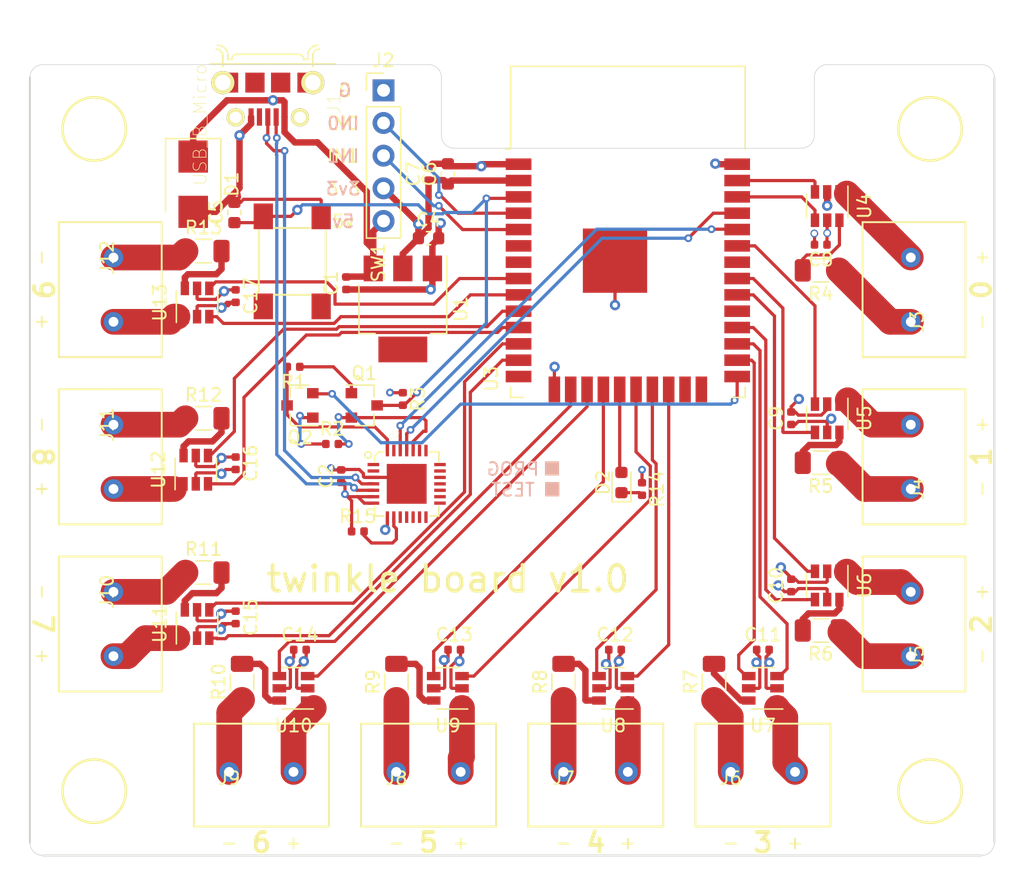
<source format=kicad_pcb>
(kicad_pcb (version 20171130) (host pcbnew 5.1.5+dfsg1-2build2)
  (layers (0 F.Cu signal) (1 In1.Cu signal) (2 In2.Cu signal) (31 B.Cu signal) (34 B.Paste user) (35 F.Paste user) (36 B.SilkS user) (37 F.SilkS user) (38 B.Mask user) (39 F.Mask user) (44 Edge.Cuts user))
  (net 0 "")
  (net 1 +5V)
  (net 2 GND)
  (net 3 +3V3)
  (net 4 /EN)
  (net 5 /LED_BUILTIN)
  (net 6 /USB_D+)
  (net 7 /USB_D-)
  (net 8 /AUX1)
  (net 9 /AUX0)
  (net 10 "Net-(J3-Pad2)")
  (net 11 "Net-(J3-Pad1)")
  (net 12 "Net-(J4-Pad2)")
  (net 13 "Net-(J4-Pad1)")
  (net 14 "Net-(J5-Pad2)")
  (net 15 "Net-(J5-Pad1)")
  (net 16 "Net-(J6-Pad2)")
  (net 17 "Net-(J6-Pad1)")
  (net 18 "Net-(J7-Pad2)")
  (net 19 "Net-(J7-Pad1)")
  (net 20 "Net-(J8-Pad2)")
  (net 21 "Net-(J8-Pad1)")
  (net 22 "Net-(J9-Pad2)")
  (net 23 "Net-(J9-Pad1)")
  (net 24 "Net-(J10-Pad2)")
  (net 25 "Net-(J10-Pad1)")
  (net 26 "Net-(J11-Pad2)")
  (net 27 "Net-(J11-Pad1)")
  (net 28 "Net-(J12-Pad2)")
  (net 29 "Net-(J12-Pad1)")
  (net 30 /USB_RTS)
  (net 31 "Net-(Q1-Pad1)")
  (net 32 /USB_DTR)
  (net 33 /IO0)
  (net 34 "Net-(Q2-Pad1)")
  (net 35 "Net-(R4-Pad2)")
  (net 36 "Net-(R5-Pad2)")
  (net 37 "Net-(R6-Pad2)")
  (net 38 "Net-(R7-Pad2)")
  (net 39 "Net-(R8-Pad2)")
  (net 40 "Net-(R9-Pad2)")
  (net 41 "Net-(R10-Pad2)")
  (net 42 "Net-(R11-Pad2)")
  (net 43 "Net-(R12-Pad2)")
  (net 44 "Net-(R13-Pad2)")
  (net 45 /USB_TX)
  (net 46 /USB_RX)
  (net 47 /LED4_B)
  (net 48 /LED4_A)
  (net 49 /LED3_B)
  (net 50 /LED3_A)
  (net 51 /LED2_B)
  (net 52 /LED2_A)
  (net 53 /LED1_B)
  (net 54 /LED0_A)
  (net 55 /LED8_A)
  (net 56 /LED7_B)
  (net 57 /LED9_B)
  (net 58 /LED9_A)
  (net 59 /LED8_B)
  (net 60 /LED0_B)
  (net 61 /LED1_A)
  (net 62 /LED6_A)
  (net 63 /LED5_B)
  (net 64 /LED5_A)
  (net 65 /LED7_A)
  (net 66 /LED6_B)
  (net 67 "Net-(D2-Pad1)")
  (net 68 "Net-(R15-Pad2)")
  (module snapeda:QFN28G_0.5-5X5MM (layer F.Cu) (at 204.8 84.6)
    (fp_text reference U2 (at -0.976228 -3.805681) (layer F.SilkS) (effects (font (size 0.480111 0.480111) (thickness 0.015))))
    (fp_text value "INTERFACE-CP2102-GMR(QFN28)")
    (pad 29 smd rect (at 0 0) (size 3.1 3.1) (layers F.Cu F.Mask) (net 2 GND))
    (pad 28 smd rect (at -1.5 -2.59) (size 0.254 0.9) (layers F.Cu F.Paste F.Mask) (net 32 /USB_DTR))
    (pad 27 smd rect (at -1 -2.59) (size 0.254 0.9) (layers F.Cu F.Paste F.Mask))
    (pad 26 smd rect (at -0.5 -2.59) (size 0.254 0.9) (layers F.Cu F.Paste F.Mask) (net 45 /USB_TX))
    (pad 25 smd rect (at 0 -2.59) (size 0.254 0.9) (layers F.Cu F.Paste F.Mask) (net 46 /USB_RX))
    (pad 24 smd rect (at 0.5 -2.59) (size 0.254 0.9) (layers F.Cu F.Paste F.Mask) (net 30 /USB_RTS))
    (pad 23 smd rect (at 1 -2.59) (size 0.254 0.9) (layers F.Cu F.Paste F.Mask))
    (pad 22 smd rect (at 1.5 -2.59) (size 0.254 0.9) (layers F.Cu F.Paste F.Mask))
    (pad 21 smd rect (at 2.59 -1.5) (size 0.9 0.254) (layers F.Cu F.Paste F.Mask))
    (pad 20 smd rect (at 2.59 -1) (size 0.9 0.254) (layers F.Cu F.Paste F.Mask))
    (pad 19 smd rect (at 2.59 -0.5) (size 0.9 0.254) (layers F.Cu F.Paste F.Mask))
    (pad 18 smd rect (at 2.59 0) (size 0.9 0.254) (layers F.Cu F.Paste F.Mask))
    (pad 17 smd rect (at 2.59 0.5) (size 0.9 0.254) (layers F.Cu F.Paste F.Mask))
    (pad 16 smd rect (at 2.59 1) (size 0.9 0.254) (layers F.Cu F.Paste F.Mask))
    (pad 15 smd rect (at 2.59 1.5) (size 0.9 0.254) (layers F.Cu F.Paste F.Mask))
    (pad 14 smd rect (at 1.5 2.59) (size 0.254 0.9) (layers F.Cu F.Paste F.Mask))
    (pad 13 smd rect (at 1 2.59) (size 0.254 0.9) (layers F.Cu F.Paste F.Mask))
    (pad 12 smd rect (at 0.5 2.59) (size 0.254 0.9) (layers F.Cu F.Paste F.Mask))
    (pad 11 smd rect (at 0 2.59) (size 0.254 0.9) (layers F.Cu F.Paste F.Mask))
    (pad 10 smd rect (at -0.5 2.59) (size 0.254 0.9) (layers F.Cu F.Paste F.Mask))
    (pad 9 smd rect (at -1 2.59) (size 0.254 0.9) (layers F.Cu F.Paste F.Mask) (net 68 "Net-(R15-Pad2)"))
    (pad 8 smd rect (at -1.5 2.59) (size 0.254 0.9) (layers F.Cu F.Paste F.Mask) (net 1 +5V))
    (pad 7 smd rect (at -2.59 1.5) (size 0.9 0.254) (layers F.Cu F.Paste F.Mask) (net 3 +3V3))
    (pad 6 smd rect (at -2.59 1) (size 0.9 0.254) (layers F.Cu F.Paste F.Mask) (net 3 +3V3))
    (pad 5 smd rect (at -2.59 0.5) (size 0.9 0.254) (layers F.Cu F.Paste F.Mask) (net 7 /USB_D-))
    (pad 4 smd rect (at -2.59 0) (size 0.9 0.254) (layers F.Cu F.Paste F.Mask) (net 6 /USB_D+))
    (pad 3 smd rect (at -2.59 -0.5) (size 0.9 0.254) (layers F.Cu F.Paste F.Mask) (net 2 GND))
    (pad 2 smd rect (at -2.59 -1) (size 0.9 0.254) (layers F.Cu F.Paste F.Mask))
    (pad 1 smd rect (at -2.59 -1.5) (size 0.9 0.254) (layers F.Cu F.Paste F.Mask))
  )
  (module Resistor_SMD:R_0402_1005Metric (layer F.Cu) (at 201 88.3)
    (fp_text reference R15 (at 0 -1.17) (layer F.SilkS))
    (fp_text value 10k)
    (pad 2 smd roundrect (at 0.485 0) (size 0.59 0.64) (layers F.Cu F.Paste F.Mask) (net 68 "Net-(R15-Pad2)"))
    (pad 1 smd roundrect (at -0.485 0) (size 0.59 0.64) (layers F.Cu F.Paste F.Mask) (net 3 +3V3))
  )
  (module Diode_SMD:D_SMB (layer F.Cu) (at 188.2 61.3 270)
    (fp_text reference D1 (at 0 -3 90) (layer F.SilkS))
    (fp_text value D_TVS)
    (pad 2 smd rect (at 2.15 0 270) (size 2.5 2.3) (layers F.Cu F.Paste F.Mask) (net 2 GND))
    (pad 1 smd rect (at -2.15 0 270) (size 2.5 2.3) (layers F.Cu F.Paste F.Mask) (net 1 +5V))
  )
  (module Resistor_SMD:R_0402_1005Metric (layer F.Cu) (at 223.1 85 270)
    (fp_text reference R14 (at 0 -1.17 90) (layer F.SilkS))
    (fp_text value 1k)
    (pad 2 smd roundrect (at 0.485 0 270) (size 0.59 0.64) (layers F.Cu F.Paste F.Mask) (net 67 "Net-(D2-Pad1)"))
    (pad 1 smd roundrect (at -0.485 0 270) (size 0.59 0.64) (layers F.Cu F.Paste F.Mask) (net 2 GND))
  )
  (module Package_TO_SOT_SMD:SOT-23-6 (layer F.Cu) (at 188.5 70.5 90)
    (fp_text reference U13 (at 0 -2.9 90) (layer F.SilkS))
    (fp_text value HT7K1201)
    (pad 5 smd rect (at 1.1 0 90) (size 1.06 0.65) (layers F.Cu F.Paste F.Mask) (net 1 +5V))
    (pad 6 smd rect (at 1.1 -0.95 90) (size 1.06 0.65) (layers F.Cu F.Paste F.Mask) (net 44 "Net-(R13-Pad2)"))
    (pad 4 smd rect (at 1.1 0.95 90) (size 1.06 0.65) (layers F.Cu F.Paste F.Mask) (net 58 /LED9_A))
    (pad 3 smd rect (at -1.1 0.95 90) (size 1.06 0.65) (layers F.Cu F.Paste F.Mask) (net 57 /LED9_B))
    (pad 2 smd rect (at -1.1 0 90) (size 1.06 0.65) (layers F.Cu F.Paste F.Mask) (net 2 GND))
    (pad 1 smd rect (at -1.1 -0.95 90) (size 1.06 0.65) (layers F.Cu F.Paste F.Mask) (net 28 "Net-(J12-Pad2)"))
  )
  (module Package_TO_SOT_SMD:SOT-23-6 (layer F.Cu) (at 188.4 83.5 90)
    (fp_text reference U12 (at 0 -2.9 90) (layer F.SilkS))
    (fp_text value HT7K1201)
    (pad 5 smd rect (at 1.1 0 90) (size 1.06 0.65) (layers F.Cu F.Paste F.Mask) (net 1 +5V))
    (pad 6 smd rect (at 1.1 -0.95 90) (size 1.06 0.65) (layers F.Cu F.Paste F.Mask) (net 43 "Net-(R12-Pad2)"))
    (pad 4 smd rect (at 1.1 0.95 90) (size 1.06 0.65) (layers F.Cu F.Paste F.Mask) (net 55 /LED8_A))
    (pad 3 smd rect (at -1.1 0.95 90) (size 1.06 0.65) (layers F.Cu F.Paste F.Mask) (net 59 /LED8_B))
    (pad 2 smd rect (at -1.1 0 90) (size 1.06 0.65) (layers F.Cu F.Paste F.Mask) (net 2 GND))
    (pad 1 smd rect (at -1.1 -0.95 90) (size 1.06 0.65) (layers F.Cu F.Paste F.Mask) (net 26 "Net-(J11-Pad2)"))
  )
  (module Package_TO_SOT_SMD:SOT-23-6 (layer F.Cu) (at 188.5 95.5 90)
    (fp_text reference U11 (at 0 -2.9 90) (layer F.SilkS))
    (fp_text value HT7K1201)
    (pad 5 smd rect (at 1.1 0 90) (size 1.06 0.65) (layers F.Cu F.Paste F.Mask) (net 1 +5V))
    (pad 6 smd rect (at 1.1 -0.95 90) (size 1.06 0.65) (layers F.Cu F.Paste F.Mask) (net 42 "Net-(R11-Pad2)"))
    (pad 4 smd rect (at 1.1 0.95 90) (size 1.06 0.65) (layers F.Cu F.Paste F.Mask) (net 65 /LED7_A))
    (pad 3 smd rect (at -1.1 0.95 90) (size 1.06 0.65) (layers F.Cu F.Paste F.Mask) (net 56 /LED7_B))
    (pad 2 smd rect (at -1.1 0 90) (size 1.06 0.65) (layers F.Cu F.Paste F.Mask) (net 2 GND))
    (pad 1 smd rect (at -1.1 -0.95 90) (size 1.06 0.65) (layers F.Cu F.Paste F.Mask) (net 24 "Net-(J10-Pad2)"))
  )
  (module Package_TO_SOT_SMD:SOT-23-6 (layer F.Cu) (at 196 100.5 180)
    (fp_text reference U10 (at 0 -2.9) (layer F.SilkS))
    (fp_text value HT7K1201)
    (pad 5 smd rect (at 1.1 0 180) (size 1.06 0.65) (layers F.Cu F.Paste F.Mask) (net 1 +5V))
    (pad 6 smd rect (at 1.1 -0.95 180) (size 1.06 0.65) (layers F.Cu F.Paste F.Mask) (net 41 "Net-(R10-Pad2)"))
    (pad 4 smd rect (at 1.1 0.95 180) (size 1.06 0.65) (layers F.Cu F.Paste F.Mask) (net 62 /LED6_A))
    (pad 3 smd rect (at -1.1 0.95 180) (size 1.06 0.65) (layers F.Cu F.Paste F.Mask) (net 66 /LED6_B))
    (pad 2 smd rect (at -1.1 0 180) (size 1.06 0.65) (layers F.Cu F.Paste F.Mask) (net 2 GND))
    (pad 1 smd rect (at -1.1 -0.95 180) (size 1.06 0.65) (layers F.Cu F.Paste F.Mask) (net 22 "Net-(J9-Pad2)"))
  )
  (module Package_TO_SOT_SMD:SOT-23-6 (layer F.Cu) (at 208 100.5 180)
    (fp_text reference U9 (at 0 -2.9) (layer F.SilkS))
    (fp_text value HT7K1201)
    (pad 5 smd rect (at 1.1 0 180) (size 1.06 0.65) (layers F.Cu F.Paste F.Mask) (net 1 +5V))
    (pad 6 smd rect (at 1.1 -0.95 180) (size 1.06 0.65) (layers F.Cu F.Paste F.Mask) (net 40 "Net-(R9-Pad2)"))
    (pad 4 smd rect (at 1.1 0.95 180) (size 1.06 0.65) (layers F.Cu F.Paste F.Mask) (net 64 /LED5_A))
    (pad 3 smd rect (at -1.1 0.95 180) (size 1.06 0.65) (layers F.Cu F.Paste F.Mask) (net 63 /LED5_B))
    (pad 2 smd rect (at -1.1 0 180) (size 1.06 0.65) (layers F.Cu F.Paste F.Mask) (net 2 GND))
    (pad 1 smd rect (at -1.1 -0.95 180) (size 1.06 0.65) (layers F.Cu F.Paste F.Mask) (net 20 "Net-(J8-Pad2)"))
  )
  (module Package_TO_SOT_SMD:SOT-23-6 (layer F.Cu) (at 220.86 100.5 180)
    (fp_text reference U8 (at 0 -2.9) (layer F.SilkS))
    (fp_text value HT7K1201)
    (pad 5 smd rect (at 1.1 0 180) (size 1.06 0.65) (layers F.Cu F.Paste F.Mask) (net 1 +5V))
    (pad 6 smd rect (at 1.1 -0.95 180) (size 1.06 0.65) (layers F.Cu F.Paste F.Mask) (net 39 "Net-(R8-Pad2)"))
    (pad 4 smd rect (at 1.1 0.95 180) (size 1.06 0.65) (layers F.Cu F.Paste F.Mask) (net 48 /LED4_A))
    (pad 3 smd rect (at -1.1 0.95 180) (size 1.06 0.65) (layers F.Cu F.Paste F.Mask) (net 47 /LED4_B))
    (pad 2 smd rect (at -1.1 0 180) (size 1.06 0.65) (layers F.Cu F.Paste F.Mask) (net 2 GND))
    (pad 1 smd rect (at -1.1 -0.95 180) (size 1.06 0.65) (layers F.Cu F.Paste F.Mask) (net 18 "Net-(J7-Pad2)"))
  )
  (module Package_TO_SOT_SMD:SOT-23-6 (layer F.Cu) (at 232.5 100.5 180)
    (fp_text reference U7 (at 0 -2.9) (layer F.SilkS))
    (fp_text value HT7K1201)
    (pad 5 smd rect (at 1.1 0 180) (size 1.06 0.65) (layers F.Cu F.Paste F.Mask) (net 1 +5V))
    (pad 6 smd rect (at 1.1 -0.95 180) (size 1.06 0.65) (layers F.Cu F.Paste F.Mask) (net 38 "Net-(R7-Pad2)"))
    (pad 4 smd rect (at 1.1 0.95 180) (size 1.06 0.65) (layers F.Cu F.Paste F.Mask) (net 50 /LED3_A))
    (pad 3 smd rect (at -1.1 0.95 180) (size 1.06 0.65) (layers F.Cu F.Paste F.Mask) (net 49 /LED3_B))
    (pad 2 smd rect (at -1.1 0 180) (size 1.06 0.65) (layers F.Cu F.Paste F.Mask) (net 2 GND))
    (pad 1 smd rect (at -1.1 -0.95 180) (size 1.06 0.65) (layers F.Cu F.Paste F.Mask) (net 16 "Net-(J6-Pad2)"))
  )
  (module Package_TO_SOT_SMD:SOT-23-6 (layer F.Cu) (at 237.5 92.5 270)
    (fp_text reference U6 (at 0 -2.9 90) (layer F.SilkS))
    (fp_text value HT7K1201)
    (pad 5 smd rect (at 1.1 0 270) (size 1.06 0.65) (layers F.Cu F.Paste F.Mask) (net 1 +5V))
    (pad 6 smd rect (at 1.1 -0.95 270) (size 1.06 0.65) (layers F.Cu F.Paste F.Mask) (net 37 "Net-(R6-Pad2)"))
    (pad 4 smd rect (at 1.1 0.95 270) (size 1.06 0.65) (layers F.Cu F.Paste F.Mask) (net 52 /LED2_A))
    (pad 3 smd rect (at -1.1 0.95 270) (size 1.06 0.65) (layers F.Cu F.Paste F.Mask) (net 51 /LED2_B))
    (pad 2 smd rect (at -1.1 0 270) (size 1.06 0.65) (layers F.Cu F.Paste F.Mask) (net 2 GND))
    (pad 1 smd rect (at -1.1 -0.95 270) (size 1.06 0.65) (layers F.Cu F.Paste F.Mask) (net 14 "Net-(J5-Pad2)"))
  )
  (module Package_TO_SOT_SMD:SOT-23-6 (layer F.Cu) (at 237.5 79.5 270)
    (fp_text reference U5 (at 0 -2.9 90) (layer F.SilkS))
    (fp_text value HT7K1201)
    (pad 5 smd rect (at 1.1 0 270) (size 1.06 0.65) (layers F.Cu F.Paste F.Mask) (net 1 +5V))
    (pad 6 smd rect (at 1.1 -0.95 270) (size 1.06 0.65) (layers F.Cu F.Paste F.Mask) (net 36 "Net-(R5-Pad2)"))
    (pad 4 smd rect (at 1.1 0.95 270) (size 1.06 0.65) (layers F.Cu F.Paste F.Mask) (net 61 /LED1_A))
    (pad 3 smd rect (at -1.1 0.95 270) (size 1.06 0.65) (layers F.Cu F.Paste F.Mask) (net 53 /LED1_B))
    (pad 2 smd rect (at -1.1 0 270) (size 1.06 0.65) (layers F.Cu F.Paste F.Mask) (net 2 GND))
    (pad 1 smd rect (at -1.1 -0.95 270) (size 1.06 0.65) (layers F.Cu F.Paste F.Mask) (net 12 "Net-(J4-Pad2)"))
  )
  (module Package_TO_SOT_SMD:SOT-23-6 (layer F.Cu) (at 237.5 63 270)
    (fp_text reference U4 (at 0 -2.9 90) (layer F.SilkS))
    (fp_text value HT7K1201)
    (pad 5 smd rect (at 1.1 0 270) (size 1.06 0.65) (layers F.Cu F.Paste F.Mask) (net 1 +5V))
    (pad 6 smd rect (at 1.1 -0.95 270) (size 1.06 0.65) (layers F.Cu F.Paste F.Mask) (net 35 "Net-(R4-Pad2)"))
    (pad 4 smd rect (at 1.1 0.95 270) (size 1.06 0.65) (layers F.Cu F.Paste F.Mask) (net 54 /LED0_A))
    (pad 3 smd rect (at -1.1 0.95 270) (size 1.06 0.65) (layers F.Cu F.Paste F.Mask) (net 60 /LED0_B))
    (pad 2 smd rect (at -1.1 0 270) (size 1.06 0.65) (layers F.Cu F.Paste F.Mask) (net 2 GND))
    (pad 1 smd rect (at -1.1 -0.95 270) (size 1.06 0.65) (layers F.Cu F.Paste F.Mask) (net 10 "Net-(J3-Pad2)"))
  )
  (module RF_Module:ESP32-WROOM-32 (layer F.Cu) (at 222 68)
    (fp_text reference U3 (at -10.61 8.43 90) (layer F.SilkS))
    (fp_text value ESP32-WROOM-32)
    (pad 38 smd rect (at 8.5 -8.255) (size 2 0.9) (layers F.Cu F.Paste F.Mask) (net 2 GND))
    (pad 37 smd rect (at 8.5 -6.985) (size 2 0.9) (layers F.Cu F.Paste F.Mask) (net 60 /LED0_B))
    (pad 36 smd rect (at 8.5 -5.715) (size 2 0.9) (layers F.Cu F.Paste F.Mask) (net 54 /LED0_A))
    (pad 35 smd rect (at 8.5 -4.445) (size 2 0.9) (layers F.Cu F.Paste F.Mask) (net 46 /USB_RX))
    (pad 34 smd rect (at 8.5 -3.175) (size 2 0.9) (layers F.Cu F.Paste F.Mask) (net 45 /USB_TX))
    (pad 33 smd rect (at 8.5 -1.905) (size 2 0.9) (layers F.Cu F.Paste F.Mask) (net 53 /LED1_B))
    (pad 32 smd rect (at 8.5 -0.635) (size 2 0.9) (layers F.Cu F.Paste F.Mask))
    (pad 31 smd rect (at 8.5 0.635) (size 2 0.9) (layers F.Cu F.Paste F.Mask) (net 61 /LED1_A))
    (pad 30 smd rect (at 8.5 1.905) (size 2 0.9) (layers F.Cu F.Paste F.Mask) (net 51 /LED2_B))
    (pad 29 smd rect (at 8.5 3.175) (size 2 0.9) (layers F.Cu F.Paste F.Mask))
    (pad 28 smd rect (at 8.5 4.445) (size 2 0.9) (layers F.Cu F.Paste F.Mask) (net 52 /LED2_A))
    (pad 27 smd rect (at 8.5 5.715) (size 2 0.9) (layers F.Cu F.Paste F.Mask) (net 49 /LED3_B))
    (pad 26 smd rect (at 8.5 6.985) (size 2 0.9) (layers F.Cu F.Paste F.Mask) (net 50 /LED3_A))
    (pad 25 smd rect (at 8.5 8.255) (size 2 0.9) (layers F.Cu F.Paste F.Mask) (net 33 /IO0))
    (pad 24 smd rect (at 5.715 9.255 90) (size 2 0.9) (layers F.Cu F.Paste F.Mask))
    (pad 23 smd rect (at 4.445 9.255 90) (size 2 0.9) (layers F.Cu F.Paste F.Mask))
    (pad 22 smd rect (at 3.175 9.255 90) (size 2 0.9) (layers F.Cu F.Paste F.Mask) (net 47 /LED4_B))
    (pad 21 smd rect (at 1.905 9.255 90) (size 2 0.9) (layers F.Cu F.Paste F.Mask) (net 48 /LED4_A))
    (pad 20 smd rect (at 0.635 9.255 90) (size 2 0.9) (layers F.Cu F.Paste F.Mask) (net 63 /LED5_B))
    (pad 19 smd rect (at -0.635 9.255 90) (size 2 0.9) (layers F.Cu F.Paste F.Mask) (net 5 /LED_BUILTIN))
    (pad 18 smd rect (at -1.905 9.255 90) (size 2 0.9) (layers F.Cu F.Paste F.Mask) (net 64 /LED5_A))
    (pad 17 smd rect (at -3.175 9.255 90) (size 2 0.9) (layers F.Cu F.Paste F.Mask) (net 66 /LED6_B))
    (pad 16 smd rect (at -4.445 9.255 90) (size 2 0.9) (layers F.Cu F.Paste F.Mask) (net 62 /LED6_A))
    (pad 15 smd rect (at -5.715 9.255 90) (size 2 0.9) (layers F.Cu F.Paste F.Mask) (net 2 GND))
    (pad 14 smd rect (at -8.5 8.255) (size 2 0.9) (layers F.Cu F.Paste F.Mask))
    (pad 13 smd rect (at -8.5 6.985) (size 2 0.9) (layers F.Cu F.Paste F.Mask) (net 56 /LED7_B))
    (pad 12 smd rect (at -8.5 5.715) (size 2 0.9) (layers F.Cu F.Paste F.Mask) (net 65 /LED7_A))
    (pad 11 smd rect (at -8.5 4.445) (size 2 0.9) (layers F.Cu F.Paste F.Mask) (net 59 /LED8_B))
    (pad 10 smd rect (at -8.5 3.175) (size 2 0.9) (layers F.Cu F.Paste F.Mask) (net 55 /LED8_A))
    (pad 9 smd rect (at -8.5 1.905) (size 2 0.9) (layers F.Cu F.Paste F.Mask) (net 57 /LED9_B))
    (pad 8 smd rect (at -8.5 0.635) (size 2 0.9) (layers F.Cu F.Paste F.Mask) (net 58 /LED9_A))
    (pad 7 smd rect (at -8.5 -0.635) (size 2 0.9) (layers F.Cu F.Paste F.Mask))
    (pad 6 smd rect (at -8.5 -1.905) (size 2 0.9) (layers F.Cu F.Paste F.Mask))
    (pad 5 smd rect (at -8.5 -3.175) (size 2 0.9) (layers F.Cu F.Paste F.Mask) (net 8 /AUX1))
    (pad 4 smd rect (at -8.5 -4.445) (size 2 0.9) (layers F.Cu F.Paste F.Mask) (net 9 /AUX0))
    (pad 3 smd rect (at -8.5 -5.715) (size 2 0.9) (layers F.Cu F.Paste F.Mask) (net 4 /EN))
    (pad 2 smd rect (at -8.5 -6.985) (size 2 0.9) (layers F.Cu F.Paste F.Mask) (net 3 +3V3))
    (pad 1 smd rect (at -8.5 -8.255) (size 2 0.9) (layers F.Cu F.Paste F.Mask) (net 2 GND))
    (pad 39 smd rect (at -1 -0.755) (size 5 5) (layers F.Cu F.Paste F.Mask) (net 2 GND))
  )
  (module Package_TO_SOT_SMD:SOT-223 (layer F.Cu) (at 204.5 71 270)
    (fp_text reference U1 (at 0 -4.5 90) (layer F.SilkS))
    (fp_text value AZ1117-3.3)
    (pad 1 smd rect (at -3.15 -2.3 270) (size 2 1.5) (layers F.Cu F.Paste F.Mask) (net 2 GND))
    (pad 3 smd rect (at -3.15 2.3 270) (size 2 1.5) (layers F.Cu F.Paste F.Mask) (net 1 +5V))
    (pad 2 smd rect (at -3.15 0 270) (size 2 1.5) (layers F.Cu F.Paste F.Mask) (net 3 +3V3))
    (pad 4 smd rect (at 3.15 0 270) (size 2 3.8) (layers F.Cu F.Paste F.Mask))
  )
  (module homebrew:SW_TACTILE_5.1MM_TS-1187A-C-D-B (layer F.Cu) (at 195.9 67.3 270)
    (fp_text reference SW1 (at 0.1 -6.7 90) (layer F.SilkS))
    (fp_text value SW_Push)
    (pad ~ smd rect (at 3.5 2.25 270) (size 2 1.5) (layers F.Cu F.Paste F.Mask))
    (pad 2 smd rect (at -3.5 2.25 270) (size 2 1.5) (layers F.Cu F.Paste F.Mask) (net 4 /EN))
    (pad ~ smd rect (at 3.5 -2.25 270) (size 2 1.5) (layers F.Cu F.Paste F.Mask))
    (pad 1 smd rect (at -3.5 -2.25 270) (size 2 1.5) (layers F.Cu F.Paste F.Mask) (net 2 GND))
  )
  (module Resistor_SMD:R_1206_3216Metric (layer F.Cu) (at 189 66.5)
    (fp_text reference R13 (at 0 -1.82) (layer F.SilkS))
    (fp_text value 10)
    (pad 2 smd roundrect (at 1.4 0) (size 1.25 1.75) (layers F.Cu F.Paste F.Mask) (roundrect_rratio 0.2) (net 44 "Net-(R13-Pad2)"))
    (pad 1 smd roundrect (at -1.4 0) (size 1.25 1.75) (layers F.Cu F.Paste F.Mask) (roundrect_rratio 0.2) (net 29 "Net-(J12-Pad1)"))
  )
  (module Resistor_SMD:R_1206_3216Metric (layer F.Cu) (at 189 79.5)
    (fp_text reference R12 (at 0 -1.82) (layer F.SilkS))
    (fp_text value 10)
    (pad 2 smd roundrect (at 1.4 0) (size 1.25 1.75) (layers F.Cu F.Paste F.Mask) (roundrect_rratio 0.2) (net 43 "Net-(R12-Pad2)"))
    (pad 1 smd roundrect (at -1.4 0) (size 1.25 1.75) (layers F.Cu F.Paste F.Mask) (roundrect_rratio 0.2) (net 27 "Net-(J11-Pad1)"))
  )
  (module Resistor_SMD:R_1206_3216Metric (layer F.Cu) (at 189 91.5)
    (fp_text reference R11 (at 0 -1.82) (layer F.SilkS))
    (fp_text value 10)
    (pad 2 smd roundrect (at 1.4 0) (size 1.25 1.75) (layers F.Cu F.Paste F.Mask) (roundrect_rratio 0.2) (net 42 "Net-(R11-Pad2)"))
    (pad 1 smd roundrect (at -1.4 0) (size 1.25 1.75) (layers F.Cu F.Paste F.Mask) (roundrect_rratio 0.2) (net 25 "Net-(J10-Pad1)"))
  )
  (module Resistor_SMD:R_1206_3216Metric (layer F.Cu) (at 192 100 90)
    (fp_text reference R10 (at 0 -1.82 90) (layer F.SilkS))
    (fp_text value 10)
    (pad 2 smd roundrect (at 1.4 0 90) (size 1.25 1.75) (layers F.Cu F.Paste F.Mask) (roundrect_rratio 0.2) (net 41 "Net-(R10-Pad2)"))
    (pad 1 smd roundrect (at -1.4 0 90) (size 1.25 1.75) (layers F.Cu F.Paste F.Mask) (roundrect_rratio 0.2) (net 23 "Net-(J9-Pad1)"))
  )
  (module Resistor_SMD:R_1206_3216Metric (layer F.Cu) (at 204 100 90)
    (fp_text reference R9 (at 0 -1.82 90) (layer F.SilkS))
    (fp_text value 10)
    (pad 2 smd roundrect (at 1.4 0 90) (size 1.25 1.75) (layers F.Cu F.Paste F.Mask) (roundrect_rratio 0.2) (net 40 "Net-(R9-Pad2)"))
    (pad 1 smd roundrect (at -1.4 0 90) (size 1.25 1.75) (layers F.Cu F.Paste F.Mask) (roundrect_rratio 0.2) (net 21 "Net-(J8-Pad1)"))
  )
  (module Resistor_SMD:R_1206_3216Metric (layer F.Cu) (at 217 100 90)
    (fp_text reference R8 (at 0 -1.82 90) (layer F.SilkS))
    (fp_text value 10)
    (pad 2 smd roundrect (at 1.4 0 90) (size 1.25 1.75) (layers F.Cu F.Paste F.Mask) (roundrect_rratio 0.2) (net 39 "Net-(R8-Pad2)"))
    (pad 1 smd roundrect (at -1.4 0 90) (size 1.25 1.75) (layers F.Cu F.Paste F.Mask) (roundrect_rratio 0.2) (net 19 "Net-(J7-Pad1)"))
  )
  (module Resistor_SMD:R_1206_3216Metric (layer F.Cu) (at 228.7 100 90)
    (fp_text reference R7 (at 0 -1.82 90) (layer F.SilkS))
    (fp_text value 10)
    (pad 2 smd roundrect (at 1.4 0 90) (size 1.25 1.75) (layers F.Cu F.Paste F.Mask) (roundrect_rratio 0.2) (net 38 "Net-(R7-Pad2)"))
    (pad 1 smd roundrect (at -1.4 0 90) (size 1.25 1.75) (layers F.Cu F.Paste F.Mask) (roundrect_rratio 0.2) (net 17 "Net-(J6-Pad1)"))
  )
  (module Resistor_SMD:R_1206_3216Metric (layer F.Cu) (at 237 96 180)
    (fp_text reference R6 (at 0 -1.82) (layer F.SilkS))
    (fp_text value 10)
    (pad 2 smd roundrect (at 1.4 0 180) (size 1.25 1.75) (layers F.Cu F.Paste F.Mask) (roundrect_rratio 0.2) (net 37 "Net-(R6-Pad2)"))
    (pad 1 smd roundrect (at -1.4 0 180) (size 1.25 1.75) (layers F.Cu F.Paste F.Mask) (roundrect_rratio 0.2) (net 15 "Net-(J5-Pad1)"))
  )
  (module Resistor_SMD:R_1206_3216Metric (layer F.Cu) (at 237 82.96 180)
    (fp_text reference R5 (at 0 -1.82) (layer F.SilkS))
    (fp_text value 10)
    (pad 2 smd roundrect (at 1.4 0 180) (size 1.25 1.75) (layers F.Cu F.Paste F.Mask) (roundrect_rratio 0.2) (net 36 "Net-(R5-Pad2)"))
    (pad 1 smd roundrect (at -1.4 0 180) (size 1.25 1.75) (layers F.Cu F.Paste F.Mask) (roundrect_rratio 0.2) (net 13 "Net-(J4-Pad1)"))
  )
  (module Resistor_SMD:R_1206_3216Metric (layer F.Cu) (at 237 68 180)
    (fp_text reference R4 (at 0 -1.82) (layer F.SilkS))
    (fp_text value 10)
    (pad 2 smd roundrect (at 1.4 0 180) (size 1.25 1.75) (layers F.Cu F.Paste F.Mask) (roundrect_rratio 0.2) (net 35 "Net-(R4-Pad2)"))
    (pad 1 smd roundrect (at -1.4 0 180) (size 1.25 1.75) (layers F.Cu F.Paste F.Mask) (roundrect_rratio 0.2) (net 11 "Net-(J3-Pad1)"))
  )
  (module Resistor_SMD:R_0402_1005Metric (layer F.Cu) (at 204.5 78 270)
    (fp_text reference R3 (at 0 -1.17 90) (layer F.SilkS))
    (fp_text value 10k)
    (pad 2 smd roundrect (at 0.485 0 270) (size 0.59 0.64) (layers F.Cu F.Paste F.Mask) (net 4 /EN))
    (pad 1 smd roundrect (at -0.485 0 270) (size 0.59 0.64) (layers F.Cu F.Paste F.Mask) (net 3 +3V3))
  )
  (module Resistor_SMD:R_0402_1005Metric (layer F.Cu) (at 199 81.5)
    (fp_text reference R2 (at 0 -1.17) (layer F.SilkS))
    (fp_text value 10k)
    (pad 2 smd roundrect (at 0.485 0) (size 0.59 0.64) (layers F.Cu F.Paste F.Mask) (net 30 /USB_RTS))
    (pad 1 smd roundrect (at -0.485 0) (size 0.59 0.64) (layers F.Cu F.Paste F.Mask) (net 34 "Net-(Q2-Pad1)"))
  )
  (module Resistor_SMD:R_0402_1005Metric (layer F.Cu) (at 196 75.5 180)
    (fp_text reference R1 (at 0 -1.17) (layer F.SilkS))
    (fp_text value 10k)
    (pad 2 smd roundrect (at 0.485 0 180) (size 0.59 0.64) (layers F.Cu F.Paste F.Mask) (net 32 /USB_DTR))
    (pad 1 smd roundrect (at -0.485 0 180) (size 0.59 0.64) (layers F.Cu F.Paste F.Mask) (net 31 "Net-(Q1-Pad1)"))
  )
  (module Package_TO_SOT_SMD:SOT-23 (layer F.Cu) (at 196.5 78.5 180)
    (fp_text reference Q2 (at 0 -2.5) (layer F.SilkS))
    (fp_text value Q_NPN_BEC)
    (pad 3 smd rect (at 1 0 180) (size 0.9 0.8) (layers F.Cu F.Paste F.Mask) (net 32 /USB_DTR))
    (pad 2 smd rect (at -1 0.95 180) (size 0.9 0.8) (layers F.Cu F.Paste F.Mask) (net 33 /IO0))
    (pad 1 smd rect (at -1 -0.95 180) (size 0.9 0.8) (layers F.Cu F.Paste F.Mask) (net 34 "Net-(Q2-Pad1)"))
  )
  (module Package_TO_SOT_SMD:SOT-23 (layer F.Cu) (at 201.5 78.5)
    (fp_text reference Q1 (at 0 -2.5) (layer F.SilkS))
    (fp_text value Q_NPN_BEC)
    (pad 3 smd rect (at 1 0) (size 0.9 0.8) (layers F.Cu F.Paste F.Mask) (net 4 /EN))
    (pad 2 smd rect (at -1 0.95) (size 0.9 0.8) (layers F.Cu F.Paste F.Mask) (net 30 /USB_RTS))
    (pad 1 smd rect (at -1 -0.95) (size 0.9 0.8) (layers F.Cu F.Paste F.Mask) (net 31 "Net-(Q1-Pad1)"))
  )
  (module homebrew:Wurth_ScrewTerminal_1x02_P5.00mm_691137710002 (layer F.Cu) (at 182 67 270)
    (fp_text reference J12 (at 0 0.5 90) (layer F.SilkS))
    (fp_text value Screw_Terminal_01x02)
    (pad 2 thru_hole circle (at 5 0 270) (size 1.524 1.524) (drill 0.762) (layers *.Cu *.Mask) (net 28 "Net-(J12-Pad2)"))
    (pad 1 thru_hole circle (at 0 0 270) (size 1.524 1.524) (drill 0.762) (layers *.Cu *.Mask) (net 29 "Net-(J12-Pad1)"))
  )
  (module homebrew:Wurth_ScrewTerminal_1x02_P5.00mm_691137710002 (layer F.Cu) (at 182 80 270)
    (fp_text reference J11 (at 0 0.5 90) (layer F.SilkS))
    (fp_text value Screw_Terminal_01x02)
    (pad 2 thru_hole circle (at 5 0 270) (size 1.524 1.524) (drill 0.762) (layers *.Cu *.Mask) (net 26 "Net-(J11-Pad2)"))
    (pad 1 thru_hole circle (at 0 0 270) (size 1.524 1.524) (drill 0.762) (layers *.Cu *.Mask) (net 27 "Net-(J11-Pad1)"))
  )
  (module homebrew:Wurth_ScrewTerminal_1x02_P5.00mm_691137710002 (layer F.Cu) (at 182 93 270)
    (fp_text reference J10 (at 0 0.5 90) (layer F.SilkS))
    (fp_text value Screw_Terminal_01x02)
    (pad 2 thru_hole circle (at 5 0 270) (size 1.524 1.524) (drill 0.762) (layers *.Cu *.Mask) (net 24 "Net-(J10-Pad2)"))
    (pad 1 thru_hole circle (at 0 0 270) (size 1.524 1.524) (drill 0.762) (layers *.Cu *.Mask) (net 25 "Net-(J10-Pad1)"))
  )
  (module homebrew:Wurth_ScrewTerminal_1x02_P5.00mm_691137710002 (layer F.Cu) (at 191 107)
    (fp_text reference J9 (at 0 0.5) (layer F.SilkS))
    (fp_text value Screw_Terminal_01x02)
    (pad 2 thru_hole circle (at 5 0) (size 1.524 1.524) (drill 0.762) (layers *.Cu *.Mask) (net 22 "Net-(J9-Pad2)"))
    (pad 1 thru_hole circle (at 0 0) (size 1.524 1.524) (drill 0.762) (layers *.Cu *.Mask) (net 23 "Net-(J9-Pad1)"))
  )
  (module homebrew:Wurth_ScrewTerminal_1x02_P5.00mm_691137710002 (layer F.Cu) (at 204 107)
    (fp_text reference J8 (at 0 0.5) (layer F.SilkS))
    (fp_text value Screw_Terminal_01x02)
    (pad 2 thru_hole circle (at 5 0) (size 1.524 1.524) (drill 0.762) (layers *.Cu *.Mask) (net 20 "Net-(J8-Pad2)"))
    (pad 1 thru_hole circle (at 0 0) (size 1.524 1.524) (drill 0.762) (layers *.Cu *.Mask) (net 21 "Net-(J8-Pad1)"))
  )
  (module homebrew:Wurth_ScrewTerminal_1x02_P5.00mm_691137710002 (layer F.Cu) (at 217 107)
    (fp_text reference J7 (at 0 0.5) (layer F.SilkS))
    (fp_text value Screw_Terminal_01x02)
    (pad 2 thru_hole circle (at 5 0) (size 1.524 1.524) (drill 0.762) (layers *.Cu *.Mask) (net 18 "Net-(J7-Pad2)"))
    (pad 1 thru_hole circle (at 0 0) (size 1.524 1.524) (drill 0.762) (layers *.Cu *.Mask) (net 19 "Net-(J7-Pad1)"))
  )
  (module homebrew:Wurth_ScrewTerminal_1x02_P5.00mm_691137710002 (layer F.Cu) (at 230 107)
    (fp_text reference J6 (at 0 0.5) (layer F.SilkS))
    (fp_text value Screw_Terminal_01x02)
    (pad 2 thru_hole circle (at 5 0) (size 1.524 1.524) (drill 0.762) (layers *.Cu *.Mask) (net 16 "Net-(J6-Pad2)"))
    (pad 1 thru_hole circle (at 0 0) (size 1.524 1.524) (drill 0.762) (layers *.Cu *.Mask) (net 17 "Net-(J6-Pad1)"))
  )
  (module homebrew:Wurth_ScrewTerminal_1x02_P5.00mm_691137710002 (layer F.Cu) (at 244 98 90)
    (fp_text reference J5 (at 0 0.5 90) (layer F.SilkS))
    (fp_text value Screw_Terminal_01x02)
    (pad 2 thru_hole circle (at 5 0 90) (size 1.524 1.524) (drill 0.762) (layers *.Cu *.Mask) (net 14 "Net-(J5-Pad2)"))
    (pad 1 thru_hole circle (at 0 0 90) (size 1.524 1.524) (drill 0.762) (layers *.Cu *.Mask) (net 15 "Net-(J5-Pad1)"))
  )
  (module homebrew:Wurth_ScrewTerminal_1x02_P5.00mm_691137710002 (layer F.Cu) (at 244 85 90)
    (fp_text reference J4 (at 0 0.5 90) (layer F.SilkS))
    (fp_text value Screw_Terminal_01x02)
    (pad 2 thru_hole circle (at 5 0 90) (size 1.524 1.524) (drill 0.762) (layers *.Cu *.Mask) (net 12 "Net-(J4-Pad2)"))
    (pad 1 thru_hole circle (at 0 0 90) (size 1.524 1.524) (drill 0.762) (layers *.Cu *.Mask) (net 13 "Net-(J4-Pad1)"))
  )
  (module homebrew:Wurth_ScrewTerminal_1x02_P5.00mm_691137710002 (layer F.Cu) (at 244 72 90)
    (fp_text reference J3 (at 0 0.5 90) (layer F.SilkS))
    (fp_text value Screw_Terminal_01x02)
    (pad 2 thru_hole circle (at 5 0 90) (size 1.524 1.524) (drill 0.762) (layers *.Cu *.Mask) (net 10 "Net-(J3-Pad2)"))
    (pad 1 thru_hole circle (at 0 0 90) (size 1.524 1.524) (drill 0.762) (layers *.Cu *.Mask) (net 11 "Net-(J3-Pad1)"))
  )
  (module Connector_PinHeader_2.54mm:PinHeader_1x05_P2.54mm_Vertical (layer F.Cu) (at 203 54)
    (fp_text reference J2 (at 0 -2.33) (layer F.SilkS))
    (fp_text value Conn_01x05)
    (pad 5 thru_hole oval (at 0 10.16) (size 1.7 1.7) (drill 1) (layers *.Cu *.Mask) (net 1 +5V))
    (pad 4 thru_hole oval (at 0 7.62) (size 1.7 1.7) (drill 1) (layers *.Cu *.Mask) (net 3 +3V3))
    (pad 3 thru_hole oval (at 0 5.08) (size 1.7 1.7) (drill 1) (layers *.Cu *.Mask) (net 8 /AUX1))
    (pad 2 thru_hole oval (at 0 2.54) (size 1.7 1.7) (drill 1) (layers *.Cu *.Mask) (net 9 /AUX0))
    (pad 1 thru_hole rect (at 0 0) (size 1.7 1.7) (drill 1) (layers *.Cu *.Mask) (net 2 GND))
  )
  (module homebrew:FRAMATOME_10118194-0001LF_fixed_bridges (layer F.Cu) (at 194 53.4 180)
    (fp_text reference J1 (at -5.14371 -1.64279 90) (layer F.SilkS) (effects (font (size 1.0017 1.0017) (thickness 0.05))))
    (fp_text value USB_B_Micro (at 5.26804 -3.27689 90) (layer F.SilkS) (effects (font (size 1.00058 1.00058) (thickness 0.05))))
    (pad P$13 smd rect (at 3.05 0 180) (size 1.5 1.55) (layers F.Cu F.Paste F.Mask))
    (pad P$12 smd rect (at -3.05 0 180) (size 1.5 1.55) (layers F.Cu F.Paste F.Mask))
    (pad P$11 smd rect (at 1 0 180) (size 1.5 1.55) (layers F.Cu F.Paste F.Mask))
    (pad P$10 smd rect (at -1 0 180) (size 1.5 1.55) (layers F.Cu F.Paste F.Mask))
    (pad P$9 thru_hole circle (at 3.5 0 180) (size 1.8 1.8) (drill 1.2) (layers *.Cu *.Mask F.SilkS))
    (pad P$8 thru_hole circle (at -3.5 0 180) (size 1.8 1.8) (drill 1.2) (layers *.Cu *.Mask F.SilkS))
    (pad P$7 thru_hole circle (at 2.5 -2.7 180) (size 1.408 1.408) (drill 0.9) (layers *.Cu *.Mask F.SilkS))
    (pad P$6 thru_hole circle (at -2.5 -2.7 180) (size 1.408 1.408) (drill 0.9) (layers *.Cu *.Mask F.SilkS))
    (pad 5 smd rect (at 1.3 -2.675) (size 0.4 1.35) (layers F.Cu F.Paste F.Mask) (net 2 GND))
    (pad 4 smd rect (at 0.65 -2.675) (size 0.4 1.35) (layers F.Cu F.Paste F.Mask))
    (pad 3 smd rect (at 0 -2.675) (size 0.4 1.35) (layers F.Cu F.Paste F.Mask) (net 6 /USB_D+))
    (pad 2 smd rect (at -0.65 -2.675) (size 0.4 1.35) (layers F.Cu F.Paste F.Mask) (net 7 /USB_D-))
    (pad 1 smd rect (at -1.3 -2.675) (size 0.4 1.35) (layers F.Cu F.Paste F.Mask) (net 1 +5V))
  )
  (module homebrew:HOLE_M4 (layer F.Cu) (at 245.5 108.5 90)
    (fp_text reference H4 hide)
    (fp_text value MountingHole hide)
    (pad "" np_thru_hole circle (at 0 0 90) (size 4.5 4.5) (drill 4.5) (layers *.Cu *.Mask) (clearance 2.2))
  )
  (module homebrew:HOLE_M4 (layer F.Cu) (at 245.5 57)
    (fp_text reference H3 hide)
    (fp_text value MountingHole hide)
    (pad "" np_thru_hole circle (at 0 0) (size 4.5 4.5) (drill 4.5) (layers *.Cu *.Mask) (clearance 2.2))
  )
  (module homebrew:HOLE_M4 (layer F.Cu) (at 180.5 108.5)
    (fp_text reference H2 hide)
    (fp_text value MountingHole hide)
    (pad "" np_thru_hole circle (at 0 0) (size 4.5 4.5) (drill 4.5) (layers *.Cu *.Mask) (clearance 2.2))
  )
  (module homebrew:HOLE_M4 (layer F.Cu) (at 180.5 57)
    (fp_text reference H1 hide)
    (fp_text value MountingHole hide)
    (pad "" np_thru_hole circle (at 0 0) (size 4.5 4.5) (drill 4.5) (layers *.Cu *.Mask) (clearance 2.2))
  )
  (module LED_SMD:LED_0603_1608Metric (layer F.Cu) (at 221.5 84.5 90)
    (fp_text reference D2 (at 0 -1.43 90) (layer F.SilkS))
    (fp_text value LED)
    (pad 2 smd roundrect (at 0.7875 0 90) (size 0.875 0.95) (layers F.Cu F.Paste F.Mask) (net 5 /LED_BUILTIN))
    (pad 1 smd roundrect (at -0.7875 0 90) (size 0.875 0.95) (layers F.Cu F.Paste F.Mask) (net 67 "Net-(D2-Pad1)"))
  )
  (module Capacitor_SMD:C_0402_1005Metric (layer F.Cu) (at 191.5 70 270)
    (fp_text reference C17 (at 0 -1.17 90) (layer F.SilkS))
    (fp_text value 0.1uF)
    (pad 2 smd roundrect (at 0.485 0 270) (size 0.59 0.64) (layers F.Cu F.Paste F.Mask) (net 2 GND))
    (pad 1 smd roundrect (at -0.485 0 270) (size 0.59 0.64) (layers F.Cu F.Paste F.Mask) (net 1 +5V))
  )
  (module Capacitor_SMD:C_0402_1005Metric (layer F.Cu) (at 191.5 83 270)
    (fp_text reference C16 (at 0 -1.17 90) (layer F.SilkS))
    (fp_text value 0.1uF)
    (pad 2 smd roundrect (at 0.485 0 270) (size 0.59 0.64) (layers F.Cu F.Paste F.Mask) (net 2 GND))
    (pad 1 smd roundrect (at -0.485 0 270) (size 0.59 0.64) (layers F.Cu F.Paste F.Mask) (net 1 +5V))
  )
  (module Capacitor_SMD:C_0402_1005Metric (layer F.Cu) (at 191.5 94.985 270)
    (fp_text reference C15 (at 0 -1.17 90) (layer F.SilkS))
    (fp_text value 0.1uF)
    (pad 2 smd roundrect (at 0.485 0 270) (size 0.59 0.64) (layers F.Cu F.Paste F.Mask) (net 2 GND))
    (pad 1 smd roundrect (at -0.485 0 270) (size 0.59 0.64) (layers F.Cu F.Paste F.Mask) (net 1 +5V))
  )
  (module Capacitor_SMD:C_0402_1005Metric (layer F.Cu) (at 196.5 97.5)
    (fp_text reference C14 (at 0 -1.17) (layer F.SilkS))
    (fp_text value 0.1uF)
    (pad 2 smd roundrect (at 0.485 0) (size 0.59 0.64) (layers F.Cu F.Paste F.Mask) (net 2 GND))
    (pad 1 smd roundrect (at -0.485 0) (size 0.59 0.64) (layers F.Cu F.Paste F.Mask) (net 1 +5V))
  )
  (module Capacitor_SMD:C_0402_1005Metric (layer F.Cu) (at 208.5 97.5)
    (fp_text reference C13 (at 0 -1.17) (layer F.SilkS))
    (fp_text value 0.1uF)
    (pad 2 smd roundrect (at 0.485 0) (size 0.59 0.64) (layers F.Cu F.Paste F.Mask) (net 2 GND))
    (pad 1 smd roundrect (at -0.485 0) (size 0.59 0.64) (layers F.Cu F.Paste F.Mask) (net 1 +5V))
  )
  (module Capacitor_SMD:C_0402_1005Metric (layer F.Cu) (at 221 97.5)
    (fp_text reference C12 (at 0 -1.17) (layer F.SilkS))
    (fp_text value 0.1uF)
    (pad 2 smd roundrect (at 0.485 0) (size 0.59 0.64) (layers F.Cu F.Paste F.Mask) (net 2 GND))
    (pad 1 smd roundrect (at -0.485 0) (size 0.59 0.64) (layers F.Cu F.Paste F.Mask) (net 1 +5V))
  )
  (module Capacitor_SMD:C_0402_1005Metric (layer F.Cu) (at 232.5 97.5)
    (fp_text reference C11 (at 0 -1.17) (layer F.SilkS))
    (fp_text value 0.1uF)
    (pad 2 smd roundrect (at 0.485 0) (size 0.59 0.64) (layers F.Cu F.Paste F.Mask) (net 2 GND))
    (pad 1 smd roundrect (at -0.485 0) (size 0.59 0.64) (layers F.Cu F.Paste F.Mask) (net 1 +5V))
  )
  (module Capacitor_SMD:C_0402_1005Metric (layer F.Cu) (at 234.7 92.5 90)
    (fp_text reference C10 (at 0 -1.17 90) (layer F.SilkS))
    (fp_text value 0.1uF)
    (pad 2 smd roundrect (at 0.485 0 90) (size 0.59 0.64) (layers F.Cu F.Paste F.Mask) (net 2 GND))
    (pad 1 smd roundrect (at -0.485 0 90) (size 0.59 0.64) (layers F.Cu F.Paste F.Mask) (net 1 +5V))
  )
  (module Capacitor_SMD:C_0402_1005Metric (layer F.Cu) (at 234.7 79.5 90)
    (fp_text reference C9 (at 0 -1.17 90) (layer F.SilkS))
    (fp_text value 0.1uF)
    (pad 2 smd roundrect (at 0.485 0 90) (size 0.59 0.64) (layers F.Cu F.Paste F.Mask) (net 2 GND))
    (pad 1 smd roundrect (at -0.485 0 90) (size 0.59 0.64) (layers F.Cu F.Paste F.Mask) (net 1 +5V))
  )
  (module Capacitor_SMD:C_0402_1005Metric (layer F.Cu) (at 237 66 180)
    (fp_text reference C8 (at 0 -1.17) (layer F.SilkS))
    (fp_text value 0.1uF)
    (pad 2 smd roundrect (at 0.485 0 180) (size 0.59 0.64) (layers F.Cu F.Paste F.Mask) (net 2 GND))
    (pad 1 smd roundrect (at -0.485 0 180) (size 0.59 0.64) (layers F.Cu F.Paste F.Mask) (net 1 +5V))
  )
  (module Capacitor_SMD:C_0402_1005Metric (layer F.Cu) (at 206.5 60.5 90)
    (fp_text reference C7 (at 0 -1.17 90) (layer F.SilkS))
    (fp_text value 0.1uF)
    (pad 2 smd roundrect (at 0.485 0 90) (size 0.59 0.64) (layers F.Cu F.Paste F.Mask) (net 2 GND))
    (pad 1 smd roundrect (at -0.485 0 90) (size 0.59 0.64) (layers F.Cu F.Paste F.Mask) (net 3 +3V3))
  )
  (module Capacitor_SMD:C_0603_1608Metric (layer F.Cu) (at 208 60.5 90)
    (fp_text reference C6 (at 0 -1.43 90) (layer F.SilkS))
    (fp_text value 22uF)
    (pad 2 smd roundrect (at 0.7875 0 90) (size 0.875 0.95) (layers F.Cu F.Paste F.Mask) (net 2 GND))
    (pad 1 smd roundrect (at -0.7875 0 90) (size 0.875 0.95) (layers F.Cu F.Paste F.Mask) (net 3 +3V3))
  )
  (module Capacitor_SMD:C_0603_1608Metric (layer F.Cu) (at 191.4 63.5 90)
    (fp_text reference C5 (at 0 -1.43 90) (layer F.SilkS))
    (fp_text value 4.7uF)
    (pad 2 smd roundrect (at 0.7875 0 90) (size 0.875 0.95) (layers F.Cu F.Paste F.Mask) (net 2 GND))
    (pad 1 smd roundrect (at -0.7875 0 90) (size 0.875 0.95) (layers F.Cu F.Paste F.Mask) (net 4 /EN))
  )
  (module Capacitor_SMD:C_0603_1608Metric (layer F.Cu) (at 206.5 65.5)
    (fp_text reference C4 (at 0 -1.43) (layer F.SilkS))
    (fp_text value 22uF)
    (pad 2 smd roundrect (at 0.7875 0) (size 0.875 0.95) (layers F.Cu F.Paste F.Mask) (net 2 GND))
    (pad 1 smd roundrect (at -0.7875 0) (size 0.875 0.95) (layers F.Cu F.Paste F.Mask) (net 3 +3V3))
  )
  (module Capacitor_SMD:C_0402_1005Metric (layer F.Cu) (at 199.7 84 90)
    (fp_text reference C2 (at 0 -1.17 90) (layer F.SilkS))
    (fp_text value 0.1uF)
    (pad 2 smd roundrect (at 0.485 0 90) (size 0.59 0.64) (layers F.Cu F.Paste F.Mask) (net 2 GND))
    (pad 1 smd roundrect (at -0.485 0 90) (size 0.59 0.64) (layers F.Cu F.Paste F.Mask) (net 3 +3V3))
  )
  (module Capacitor_SMD:C_0402_1005Metric (layer F.Cu) (at 200.1 69 90)
    (fp_text reference C1 (at 0 -1.17 90) (layer F.SilkS))
    (fp_text value 1uF)
    (pad 1 smd roundrect (at -0.485 0 90) (size 0.59 0.64) (layers F.Cu F.Paste F.Mask) (net 2 GND))
    (pad 2 smd roundrect (at 0.485 0 90) (size 0.59 0.64) (layers F.Cu F.Paste F.Mask) (net 1 +5V))
  )
  (gr_poly (pts (xy 216.6 83.9) (xy 215.6 83.9) (xy 215.6 82.9) (xy 216.6 82.9)) (layer B.SilkS) (width 0.1))
  (gr_poly (pts (xy 216.624 85.528) (xy 215.608 85.528) (xy 215.608 84.512) (xy 216.624 84.512)) (layer B.SilkS) (width 0.1))
  (gr_text "PROG\nTEST" (at 213.068 84.258) (layer B.SilkS) (effects (font (size 1 1)) (justify mirror)))
  (gr_text 5v (at 199.86 64.192) (layer B.SilkS) (effects (font (size 1 1)) (justify mirror)))
  (gr_text 3v3 (at 199.86 61.652) (layer B.SilkS) (effects (font (size 1 1)) (justify mirror)))
  (gr_text IN1 (at 199.86 59.112) (layer B.SilkS) (effects (font (size 1 1)) (justify mirror)))
  (gr_text IN0 (at 199.86 56.572) (layer B.SilkS) (effects (font (size 1 1)) (justify mirror)))
  (gr_text G (at 200 54) (layer B.SilkS) (effects (font (size 1 1)) (justify mirror)))
  (gr_text 5v (at 199.86 64.192) (layer F.SilkS) (effects (font (size 1 1))))
  (gr_text 3v3 (at 199.86 61.652) (layer F.SilkS) (effects (font (size 1 1))))
  (gr_text IN1 (at 199.86 59.112) (layer F.SilkS) (effects (font (size 1 1))))
  (gr_text IN0 (at 199.86 56.572) (layer F.SilkS) (effects (font (size 1 1))))
  (gr_text G (at 200 54) (layer F.SilkS) (effects (font (size 1 1))))
  (gr_text "twinkle board v1.0" (at 208 92) (layer F.SilkS) (effects (font (size 2 2) (thickness 0.3))))
  (gr_text - (at 176.5 67 270) (layer F.SilkS) (effects (font (size 1 1))))
  (gr_text + (at 176.5 72 270) (layer F.SilkS) (effects (font (size 1 1))))
  (gr_text - (at 176.5 80 270) (layer F.SilkS) (effects (font (size 1 1))))
  (gr_text + (at 176.5 85 270) (layer F.SilkS) (effects (font (size 1 1))))
  (gr_text - (at 176.5 93 270) (layer F.SilkS) (effects (font (size 1 1))))
  (gr_text + (at 176.5 98 270) (layer F.SilkS) (effects (font (size 1 1))))
  (gr_text + (at 196 112.5) (layer F.SilkS) (effects (font (size 1 1))))
  (gr_text - (at 191 112.5) (layer F.SilkS) (effects (font (size 1 1))))
  (gr_text - (at 204 112.5) (layer F.SilkS) (effects (font (size 1 1))))
  (gr_text + (at 209 112.5) (layer F.SilkS) (effects (font (size 1 1))))
  (gr_text + (at 222 112.5) (layer F.SilkS) (effects (font (size 1 1))))
  (gr_text - (at 217 112.5) (layer F.SilkS) (effects (font (size 1 1))))
  (gr_text + (at 235 112.5) (layer F.SilkS) (effects (font (size 1 1))))
  (gr_text - (at 230 112.5) (layer F.SilkS) (effects (font (size 1 1))))
  (gr_text - (at 249.5 98 90) (layer F.SilkS) (effects (font (size 1 1))))
  (gr_text + (at 249.5 93 90) (layer F.SilkS) (effects (font (size 1 1))))
  (gr_text + (at 249.5 80 90) (layer F.SilkS) (effects (font (size 1 1))))
  (gr_text - (at 249.5 85 90) (layer F.SilkS) (effects (font (size 1 1))))
  (gr_text - (at 249.5 72 90) (layer F.SilkS) (effects (font (size 1 1))))
  (gr_text + (at 249.5 67 90) (layer F.SilkS) (effects (font (size 1 1))))
  (gr_text 0 (at 249.5 69.5 90) (layer F.SilkS) (effects (font (size 1.5 1.5) (thickness 0.3))))
  (gr_text 1 (at 249.5 82.5 90) (layer F.SilkS) (effects (font (size 1.5 1.5) (thickness 0.3))))
  (gr_text 2 (at 249.5 95.5 90) (layer F.SilkS) (effects (font (size 1.5 1.5) (thickness 0.3))))
  (gr_text 3 (at 232.5 112.5) (layer F.SilkS) (effects (font (size 1.5 1.5) (thickness 0.3))))
  (gr_text 4 (at 219.5 112.5) (layer F.SilkS) (effects (font (size 1.5 1.5) (thickness 0.3))))
  (gr_text 5 (at 206.5 112.5) (layer F.SilkS) (effects (font (size 1.5 1.5) (thickness 0.3))))
  (gr_text 6 (at 193.5 112.5) (layer F.SilkS) (effects (font (size 1.5 1.5) (thickness 0.3))))
  (gr_text 7 (at 176.5 95.5 270) (layer F.SilkS) (effects (font (size 1.5 1.5) (thickness 0.3))))
  (gr_text 8 (at 176.5 82.5 270) (layer F.SilkS) (effects (font (size 1.5 1.5) (thickness 0.3))))
  (gr_text 9 (at 176.5 69.5 270) (layer F.SilkS) (effects (font (size 1.5 1.5) (thickness 0.3))))
  (gr_arc (start 208.5 57.5) (end 207.5 57.5) (angle -90) (layer Edge.Cuts) (width 0.05))
  (gr_arc (start 206.5 53) (end 207.5 53) (angle -90) (layer Edge.Cuts) (width 0.05))
  (gr_arc (start 176.5 53) (end 176.5 52) (angle -90) (layer Edge.Cuts) (width 0.05))
  (gr_arc (start 176.5 112.5) (end 175.5 112.5) (angle -90) (layer Edge.Cuts) (width 0.05))
  (gr_arc (start 249.5 112.5) (end 249.5 113.5) (angle -90) (layer Edge.Cuts) (width 0.05))
  (gr_line (start 249.5 52) (end 237.5 52) (layer Edge.Cuts) (width 0.05))
  (gr_arc (start 249.5 53) (end 250.5 53) (angle -90) (layer Edge.Cuts) (width 0.05))
  (gr_line (start 236.5 57.5) (end 236.5 53) (layer Edge.Cuts) (width 0.05))
  (gr_arc (start 235.5 57.5) (end 235.5 58.5) (angle -90) (layer Edge.Cuts) (width 0.05))
  (gr_arc (start 237.5 53) (end 237.5 52) (angle -90) (layer Edge.Cuts) (width 0.05))
  (gr_line (start 206.5 52) (end 176.5 52) (layer Edge.Cuts) (width 0.05))
  (gr_line (start 207.5 57.5) (end 207.5 53) (layer Edge.Cuts) (width 0.05))
  (gr_line (start 235.5 58.5) (end 208.5 58.5) (layer Edge.Cuts) (width 0.05))
  (gr_line (start 250.5 112.5) (end 250.5 53) (layer Edge.Cuts) (width 0.15))
  (gr_line (start 176.5 113.5) (end 249.5 113.5) (layer Edge.Cuts) (width 0.15))
  (gr_line (start 175.5 53) (end 175.5 112.5) (layer Edge.Cuts) (width 0.15))
  (segment (start 237.485 64.115) (end 237.5 64.1) (width 0.25) (layer F.Cu) (net 1))
  (segment (start 237.485 65.085) (end 237.5 65.1) (width 0.25) (layer F.Cu) (net 1))
  (via (at 237.5 65.1) (size 0.6) (drill 0.4) (layers F.Cu B.Cu) (net 1))
  (segment (start 237.485 64.985) (end 237.485 65.085) (width 0.25) (layer F.Cu) (net 1))
  (segment (start 237.5 65.1) (end 237.485 64.115) (width 0.25) (layer F.Cu) (net 1))
  (segment (start 237.485 64.985) (end 237.5 65.1) (width 0.25) (layer F.Cu) (net 1))
  (segment (start 237.485 66) (end 237.485 64.985) (width 0.25) (layer F.Cu) (net 1))
  (segment (start 202.2 67.85) (end 202.2 67.7) (width 0.5) (layer F.Cu) (net 1))
  (segment (start 202.2 64.96) (end 203 64.16) (width 0.5) (layer F.Cu) (net 1))
  (segment (start 202.2 67.85) (end 202.2 64.96) (width 0.5) (layer F.Cu) (net 1))
  (segment (start 202.2 66.35) (end 202.2 67.85) (width 0.5) (layer F.Cu) (net 1))
  (segment (start 201.699999 65.849999) (end 202.2 66.35) (width 0.5) (layer F.Cu) (net 1))
  (segment (start 197.860001 58.049999) (end 201.699999 61.889997) (width 0.5) (layer F.Cu) (net 1))
  (segment (start 196.099999 58.049999) (end 197.860001 58.049999) (width 0.5) (layer F.Cu) (net 1))
  (segment (start 201.699999 61.889997) (end 201.699999 65.849999) (width 0.5) (layer F.Cu) (net 1))
  (segment (start 195.3 57.25) (end 196.099999 58.049999) (width 0.5) (layer F.Cu) (net 1))
  (segment (start 195.3 56.075) (end 195.3 57.25) (width 0.5) (layer F.Cu) (net 1))
  (segment (start 201.565 68.485) (end 200 68.485) (width 0.5) (layer F.Cu) (net 1))
  (segment (start 202.2 67.85) (end 201.565 68.485) (width 0.5) (layer F.Cu) (net 1))
  (segment (start 197.860001 58.049999) (end 197.950001 58.139999) (width 0.5) (layer F.Cu) (net 1))
  (via (at 194.4 54.775002) (size 0.8) (drill 0.4) (layers F.Cu B.Cu) (net 1))
  (segment (start 195.175002 54.775002) (end 194.4 54.775002) (width 0.5) (layer F.Cu) (net 1))
  (segment (start 195.3 54.9) (end 195.175002 54.775002) (width 0.5) (layer F.Cu) (net 1))
  (segment (start 195.3 56.075) (end 195.3 54.9) (width 0.5) (layer F.Cu) (net 1))
  (segment (start 208.015 97.5) (end 208.015 98.385) (width 0.25) (layer F.Cu) (net 1))
  (segment (start 207.68 100.5) (end 206.9 100.5) (width 0.25) (layer F.Cu) (net 1))
  (segment (start 207.755001 100.424999) (end 207.68 100.5) (width 0.25) (layer F.Cu) (net 1))
  (segment (start 207.755001 98.644999) (end 207.755001 100.424999) (width 0.25) (layer F.Cu) (net 1))
  (segment (start 208.015 98.385) (end 207.755001 98.644999) (width 0.25) (layer F.Cu) (net 1))
  (segment (start 232.015 97.82) (end 232.015 97.5) (width 0.25) (layer F.Cu) (net 1))
  (segment (start 232.255001 98.060001) (end 232.015 97.82) (width 0.25) (layer F.Cu) (net 1))
  (segment (start 232.18 100.5) (end 232.255001 100.424999) (width 0.25) (layer F.Cu) (net 1))
  (segment (start 231.4 100.5) (end 232.18 100.5) (width 0.25) (layer F.Cu) (net 1))
  (segment (start 235.02 92.985) (end 234.7 92.985) (width 0.25) (layer F.Cu) (net 1))
  (segment (start 235.260001 92.744999) (end 235.02 92.985) (width 0.25) (layer F.Cu) (net 1))
  (segment (start 237.424999 92.744999) (end 235.260001 92.744999) (width 0.25) (layer F.Cu) (net 1))
  (segment (start 237.5 92.82) (end 237.424999 92.744999) (width 0.25) (layer F.Cu) (net 1))
  (segment (start 237.5 93.6) (end 237.5 92.82) (width 0.25) (layer F.Cu) (net 1))
  (via (at 233.7 92.5) (size 0.8) (drill 0.4) (layers F.Cu B.Cu) (net 1))
  (segment (start 234.185 92.985) (end 233.7 92.5) (width 0.25) (layer F.Cu) (net 1))
  (segment (start 234.7 92.985) (end 234.185 92.985) (width 0.25) (layer F.Cu) (net 1))
  (segment (start 235.02 79.985) (end 234.7 79.985) (width 0.25) (layer F.Cu) (net 1))
  (segment (start 235.260001 79.744999) (end 235.02 79.985) (width 0.25) (layer F.Cu) (net 1))
  (segment (start 237.424999 79.744999) (end 235.260001 79.744999) (width 0.25) (layer F.Cu) (net 1))
  (segment (start 237.5 79.82) (end 237.424999 79.744999) (width 0.25) (layer F.Cu) (net 1))
  (segment (start 237.5 80.6) (end 237.5 79.82) (width 0.25) (layer F.Cu) (net 1))
  (via (at 237.813251 79.530002) (size 0.8) (drill 0.4) (layers F.Cu B.Cu) (net 1))
  (segment (start 237.5 79.843253) (end 237.813251 79.530002) (width 0.25) (layer F.Cu) (net 1))
  (segment (start 237.5 80.6) (end 237.5 79.843253) (width 0.25) (layer F.Cu) (net 1))
  (via (at 232 98.5) (size 0.8) (drill 0.4) (layers F.Cu B.Cu) (net 1))
  (segment (start 232.244999 98.255001) (end 232 98.5) (width 0.25) (layer F.Cu) (net 1))
  (segment (start 232.255001 98.255001) (end 232.244999 98.255001) (width 0.25) (layer F.Cu) (net 1))
  (segment (start 232.255001 100.424999) (end 232.255001 98.255001) (width 0.25) (layer F.Cu) (net 1))
  (segment (start 232.255001 98.255001) (end 232.255001 98.060001) (width 0.25) (layer F.Cu) (net 1))
  (segment (start 220.615001 98.788005) (end 220.615001 100.424999) (width 0.25) (layer F.Cu) (net 1))
  (segment (start 220.515 98.688004) (end 220.615001 98.788005) (width 0.25) (layer F.Cu) (net 1))
  (segment (start 220.615001 100.424999) (end 220.54 100.5) (width 0.25) (layer F.Cu) (net 1))
  (segment (start 220.54 100.5) (end 219.76 100.5) (width 0.25) (layer F.Cu) (net 1))
  (segment (start 220.515 98.385) (end 220.515 98.411533) (width 0.25) (layer F.Cu) (net 1))
  (segment (start 220.515 97.5) (end 220.515 98.385) (width 0.25) (layer F.Cu) (net 1))
  (via (at 220.301426 98.625107) (size 0.8) (drill 0.4) (layers F.Cu B.Cu) (net 1))
  (segment (start 220.515 98.385) (end 220.515 98.688004) (width 0.25) (layer F.Cu) (net 1))
  (segment (start 220.515 98.411533) (end 220.301426 98.625107) (width 0.25) (layer F.Cu) (net 1))
  (via (at 207.7 98.3) (size 0.8) (drill 0.4) (layers F.Cu B.Cu) (net 1))
  (segment (start 207.785 98.385) (end 207.7 98.3) (width 0.25) (layer F.Cu) (net 1))
  (segment (start 208.015 98.385) (end 207.785 98.385) (width 0.25) (layer F.Cu) (net 1))
  (segment (start 188.5 95.18) (end 188.5 94.4) (width 0.25) (layer F.Cu) (net 1))
  (segment (start 188.575001 95.255001) (end 188.5 95.18) (width 0.25) (layer F.Cu) (net 1))
  (segment (start 190.790002 94.5) (end 190.035001 95.255001) (width 0.25) (layer F.Cu) (net 1))
  (segment (start 190.035001 95.255001) (end 188.575001 95.255001) (width 0.25) (layer F.Cu) (net 1))
  (segment (start 191.5 94.5) (end 190.790002 94.5) (width 0.25) (layer F.Cu) (net 1))
  (via (at 190.375002 94.7) (size 0.8) (drill 0.4) (layers F.Cu B.Cu) (net 1))
  (segment (start 190.575002 94.5) (end 190.375002 94.7) (width 0.25) (layer F.Cu) (net 1))
  (segment (start 191.5 94.5) (end 190.575002 94.5) (width 0.25) (layer F.Cu) (net 1))
  (via (at 195.7 98.4) (size 0.8) (drill 0.4) (layers F.Cu B.Cu) (net 1))
  (segment (start 196.015 98.085) (end 195.7 98.4) (width 0.25) (layer F.Cu) (net 1))
  (segment (start 196.015 97.5) (end 196.015 98.085) (width 0.25) (layer F.Cu) (net 1))
  (segment (start 195.68 100.5) (end 194.9 100.5) (width 0.25) (layer F.Cu) (net 1))
  (segment (start 195.755001 100.424999) (end 195.68 100.5) (width 0.25) (layer F.Cu) (net 1))
  (segment (start 195.755001 99.020686) (end 195.755001 100.424999) (width 0.25) (layer F.Cu) (net 1))
  (segment (start 195.7 98.965685) (end 195.755001 99.020686) (width 0.25) (layer F.Cu) (net 1))
  (segment (start 195.7 98.4) (end 195.7 98.965685) (width 0.25) (layer F.Cu) (net 1))
  (segment (start 190.393857 82.733139) (end 190.393857 82.586177) (width 0.25) (layer F.Cu) (net 1))
  (segment (start 190.465034 82.515) (end 190.393857 82.586177) (width 0.25) (layer F.Cu) (net 1))
  (segment (start 188.4 82.4) (end 188.4 83.18) (width 0.25) (layer F.Cu) (net 1))
  (via (at 190.393857 82.586177) (size 0.8) (drill 0.4) (layers F.Cu B.Cu) (net 1))
  (segment (start 188.4 83.18) (end 188.475001 83.255001) (width 0.25) (layer F.Cu) (net 1))
  (segment (start 188.475001 83.255001) (end 189.871995 83.255001) (width 0.25) (layer F.Cu) (net 1))
  (segment (start 191.5 82.515) (end 190.465034 82.515) (width 0.25) (layer F.Cu) (net 1))
  (segment (start 189.871995 83.255001) (end 190.393857 82.733139) (width 0.25) (layer F.Cu) (net 1))
  (segment (start 191.5 69.515) (end 190.702396 69.515) (width 0.25) (layer F.Cu) (net 1))
  (via (at 190.597396 69.62) (size 0.8) (drill 0.4) (layers F.Cu B.Cu) (net 1))
  (segment (start 190.702396 69.515) (end 190.597396 69.62) (width 0.25) (layer F.Cu) (net 1))
  (segment (start 188.5 69.4) (end 188.5 70.18) (width 0.25) (layer F.Cu) (net 1))
  (segment (start 188.5 70.18) (end 188.575001 70.255001) (width 0.25) (layer F.Cu) (net 1))
  (segment (start 188.575001 70.255001) (end 189.962395 70.255001) (width 0.25) (layer F.Cu) (net 1))
  (segment (start 189.962395 70.255001) (end 190.197397 70.019999) (width 0.25) (layer F.Cu) (net 1))
  (segment (start 190.197397 70.019999) (end 190.597396 69.62) (width 0.25) (layer F.Cu) (net 1))
  (segment (start 190.824998 54.775002) (end 193.834315 54.775002) (width 0.5) (layer F.Cu) (net 1))
  (segment (start 193.834315 54.775002) (end 194.4 54.775002) (width 0.5) (layer F.Cu) (net 1))
  (segment (start 188.2 57.4) (end 190.824998 54.775002) (width 0.5) (layer F.Cu) (net 1))
  (segment (start 188.2 59.15) (end 188.2 57.4) (width 0.5) (layer F.Cu) (net 1))
  (via (at 203.133446 88.175213) (size 0.8) (drill 0.4) (layers F.Cu B.Cu) (net 1))
  (segment (start 203.3 88.008659) (end 203.133446 88.175213) (width 0.25) (layer F.Cu) (net 1))
  (segment (start 203.3 87.19) (end 203.3 88.008659) (width 0.25) (layer F.Cu) (net 1))
  (via (at 236.5 65.130002) (size 0.6) (drill 0.4) (layers F.Cu B.Cu) (net 2))
  (segment (start 236.515 65.145002) (end 236.5 65.130002) (width 0.25) (layer F.Cu) (net 2))
  (segment (start 236.515 66) (end 236.515 65.145002) (width 0.25) (layer F.Cu) (net 2))
  (via (at 237.5 62.969998) (size 0.8) (drill 0.4) (layers F.Cu B.Cu) (net 2))
  (segment (start 237.5 61.9) (end 237.5 62.969998) (width 0.5) (layer F.Cu) (net 2))
  (via (at 228.8 59.7) (size 0.8) (drill 0.4) (layers F.Cu B.Cu) (net 2))
  (segment (start 228.845 59.745) (end 228.8 59.7) (width 0.5) (layer F.Cu) (net 2))
  (segment (start 230.5 59.745) (end 228.845 59.745) (width 0.5) (layer F.Cu) (net 2))
  (segment (start 208.0325 59.745) (end 208 59.7125) (width 0.5) (layer F.Cu) (net 2))
  (segment (start 206.8025 59.7125) (end 206.5 60.015) (width 0.5) (layer F.Cu) (net 2))
  (segment (start 208 59.7125) (end 206.8025 59.7125) (width 0.5) (layer F.Cu) (net 2))
  (segment (start 208.1875 59.9) (end 208 59.7125) (width 0.5) (layer F.Cu) (net 2))
  (segment (start 210.6 59.9) (end 208.1875 59.9) (width 0.5) (layer F.Cu) (net 2))
  (segment (start 213.5 59.745) (end 210.755 59.745) (width 0.5) (layer F.Cu) (net 2))
  (segment (start 210.755 59.745) (end 210.6 59.9) (width 0.5) (layer F.Cu) (net 2))
  (via (at 210.6 59.9) (size 0.8) (drill 0.4) (layers F.Cu B.Cu) (net 2))
  (segment (start 206.8 65.9875) (end 207.2875 65.5) (width 0.5) (layer F.Cu) (net 2))
  (segment (start 206.8 67.85) (end 206.8 65.9875) (width 0.5) (layer F.Cu) (net 2))
  (segment (start 206.8 69.35) (end 206.8 67.85) (width 0.5) (layer F.Cu) (net 2))
  (segment (start 206.665 69.485) (end 206.8 69.35) (width 0.5) (layer F.Cu) (net 2))
  (segment (start 200.1 69.485) (end 206.665 69.485) (width 0.5) (layer F.Cu) (net 2))
  (via (at 206.665 69.485) (size 0.8) (drill 0.4) (layers F.Cu B.Cu) (net 2))
  (via (at 223.1 83.5) (size 0.6) (drill 0.3) (layers F.Cu B.Cu) (net 2))
  (segment (start 223.1 84.515) (end 223.1 83.5) (width 0.25) (layer F.Cu) (net 2))
  (segment (start 207.2875 64.484645) (end 207.447135 64.32501) (width 0.5) (layer F.Cu) (net 2))
  (segment (start 207.2875 65.5) (end 207.2875 64.484645) (width 0.5) (layer F.Cu) (net 2))
  (via (at 207.447135 64.32501) (size 0.8) (drill 0.4) (layers F.Cu B.Cu) (net 2))
  (segment (start 188.5 70.82) (end 188.5 71.6) (width 0.25) (layer F.Cu) (net 2))
  (segment (start 188.575001 70.744999) (end 188.5 70.82) (width 0.25) (layer F.Cu) (net 2))
  (segment (start 190.920001 70.744999) (end 188.575001 70.744999) (width 0.25) (layer F.Cu) (net 2))
  (segment (start 191.18 70.485) (end 190.920001 70.744999) (width 0.25) (layer F.Cu) (net 2))
  (segment (start 191.5 70.485) (end 191.18 70.485) (width 0.25) (layer F.Cu) (net 2))
  (segment (start 188.5 95.82) (end 188.5 96.6) (width 0.25) (layer F.Cu) (net 2))
  (segment (start 188.614988 95.705012) (end 188.5 95.82) (width 0.25) (layer F.Cu) (net 2))
  (segment (start 190.221401 95.705012) (end 188.614988 95.705012) (width 0.25) (layer F.Cu) (net 2))
  (segment (start 190.456413 95.47) (end 190.221401 95.705012) (width 0.25) (layer F.Cu) (net 2))
  (segment (start 191.5 95.47) (end 190.456413 95.47) (width 0.25) (layer F.Cu) (net 2))
  (segment (start 196.32 100.5) (end 197.1 100.5) (width 0.25) (layer F.Cu) (net 2))
  (segment (start 196.244999 98.964999) (end 196.244999 100.424999) (width 0.25) (layer F.Cu) (net 2))
  (segment (start 196.244999 100.424999) (end 196.32 100.5) (width 0.25) (layer F.Cu) (net 2))
  (segment (start 196.985 97.5) (end 196.985 98.224998) (width 0.25) (layer F.Cu) (net 2))
  (segment (start 196.985 98.224998) (end 196.754999 98.454999) (width 0.25) (layer F.Cu) (net 2))
  (via (at 196.8 98.4) (size 0.8) (drill 0.4) (layers F.Cu B.Cu) (net 2))
  (segment (start 208.244999 98.791412) (end 208.244999 100.424999) (width 0.25) (layer F.Cu) (net 2))
  (segment (start 208.985 97.5) (end 208.985 98.051411) (width 0.25) (layer F.Cu) (net 2))
  (segment (start 208.244999 100.424999) (end 208.32 100.5) (width 0.25) (layer F.Cu) (net 2))
  (segment (start 208.32 100.5) (end 209.1 100.5) (width 0.25) (layer F.Cu) (net 2))
  (segment (start 221.18 100.5) (end 221.96 100.5) (width 0.25) (layer F.Cu) (net 2))
  (segment (start 221.104999 100.424999) (end 221.18 100.5) (width 0.25) (layer F.Cu) (net 2))
  (segment (start 221.485 97.82) (end 221.104999 98.200001) (width 0.25) (layer F.Cu) (net 2))
  (segment (start 221.485 97.5) (end 221.485 97.82) (width 0.25) (layer F.Cu) (net 2))
  (segment (start 232.82 100.5) (end 233.6 100.5) (width 0.25) (layer F.Cu) (net 2))
  (segment (start 232.744999 100.424999) (end 232.82 100.5) (width 0.25) (layer F.Cu) (net 2))
  (segment (start 232.985 97.82) (end 232.744999 98.060001) (width 0.25) (layer F.Cu) (net 2))
  (segment (start 232.985 97.5) (end 232.985 97.82) (width 0.25) (layer F.Cu) (net 2))
  (segment (start 235.02 92.015) (end 234.7 92.015) (width 0.25) (layer F.Cu) (net 2))
  (segment (start 235.260001 92.255001) (end 235.02 92.015) (width 0.25) (layer F.Cu) (net 2))
  (segment (start 237.424999 92.255001) (end 235.260001 92.255001) (width 0.25) (layer F.Cu) (net 2))
  (segment (start 237.5 92.18) (end 237.424999 92.255001) (width 0.25) (layer F.Cu) (net 2))
  (segment (start 237.5 91.4) (end 237.5 92.18) (width 0.25) (layer F.Cu) (net 2))
  (via (at 233.9 91.1) (size 0.8) (drill 0.4) (layers F.Cu B.Cu) (net 2))
  (segment (start 234.7 91.9) (end 233.9 91.1) (width 0.25) (layer F.Cu) (net 2))
  (segment (start 234.7 92.015) (end 234.7 91.9) (width 0.25) (layer F.Cu) (net 2))
  (segment (start 237.5 78.805) (end 237.5 78.4) (width 0.25) (layer F.Cu) (net 2))
  (segment (start 234.7 79.015) (end 235.02 79.015) (width 0.25) (layer F.Cu) (net 2))
  (segment (start 235.02 79.015) (end 235.260001 79.255001) (width 0.25) (layer F.Cu) (net 2))
  (segment (start 237.049999 79.255001) (end 237.5 78.805) (width 0.25) (layer F.Cu) (net 2))
  (segment (start 235.260001 79.255001) (end 237.049999 79.255001) (width 0.25) (layer F.Cu) (net 2))
  (via (at 235.3 78) (size 0.8) (drill 0.4) (layers F.Cu B.Cu) (net 2))
  (segment (start 234.7 78.6) (end 235.3 78) (width 0.25) (layer F.Cu) (net 2))
  (segment (start 234.7 79.015) (end 234.7 78.6) (width 0.25) (layer F.Cu) (net 2))
  (segment (start 232.944999 98.444999) (end 233 98.5) (width 0.25) (layer F.Cu) (net 2))
  (via (at 233 98.5) (size 0.8) (drill 0.4) (layers F.Cu B.Cu) (net 2))
  (segment (start 232.744999 98.444999) (end 232.944999 98.444999) (width 0.25) (layer F.Cu) (net 2))
  (segment (start 232.744999 98.060001) (end 232.744999 98.444999) (width 0.25) (layer F.Cu) (net 2))
  (segment (start 232.744999 98.444999) (end 232.744999 100.424999) (width 0.25) (layer F.Cu) (net 2))
  (segment (start 221.295001 98.404999) (end 221.3 98.4) (width 0.25) (layer F.Cu) (net 2))
  (segment (start 221.104999 98.404999) (end 221.104999 100.424999) (width 0.25) (layer F.Cu) (net 2))
  (segment (start 221.104999 98.200001) (end 221.104999 98.404999) (width 0.25) (layer F.Cu) (net 2))
  (via (at 221.3 98.4) (size 0.8) (drill 0.4) (layers F.Cu B.Cu) (net 2))
  (segment (start 221.104999 98.404999) (end 221.295001 98.404999) (width 0.25) (layer F.Cu) (net 2))
  (via (at 208.9 98.4) (size 0.8) (drill 0.4) (layers F.Cu B.Cu) (net 2))
  (segment (start 208.818205 98.318205) (end 208.9 98.4) (width 0.25) (layer F.Cu) (net 2))
  (segment (start 208.718205 98.318205) (end 208.818205 98.318205) (width 0.25) (layer F.Cu) (net 2))
  (segment (start 208.985 98.051411) (end 208.718205 98.318205) (width 0.25) (layer F.Cu) (net 2))
  (segment (start 208.718205 98.318205) (end 208.244999 98.791412) (width 0.25) (layer F.Cu) (net 2))
  (segment (start 196.754999 98.445001) (end 196.8 98.4) (width 0.25) (layer F.Cu) (net 2))
  (segment (start 196.754999 98.454999) (end 196.754999 98.445001) (width 0.25) (layer F.Cu) (net 2))
  (segment (start 196.8 98.4) (end 196.244999 98.964999) (width 0.25) (layer F.Cu) (net 2))
  (segment (start 196.754999 98.454999) (end 196.8 98.4) (width 0.25) (layer F.Cu) (net 2))
  (segment (start 191.5 95.47) (end 190.798227 95.47) (width 0.25) (layer F.Cu) (net 2))
  (segment (start 190.798227 95.47) (end 190.354346 95.913881) (width 0.25) (layer F.Cu) (net 2))
  (via (at 190.354346 95.913881) (size 0.8) (drill 0.4) (layers F.Cu B.Cu) (net 2))
  (segment (start 190.815 70.485) (end 190.4 70.9) (width 0.25) (layer F.Cu) (net 2))
  (segment (start 191.5 70.485) (end 190.815 70.485) (width 0.25) (layer F.Cu) (net 2))
  (via (at 190.4 70.9) (size 0.8) (drill 0.4) (layers F.Cu B.Cu) (net 2))
  (via (at 216.3 75.5) (size 0.8) (drill 0.4) (layers F.Cu B.Cu) (net 2))
  (segment (start 216.285 75.515) (end 216.3 75.5) (width 0.25) (layer F.Cu) (net 2))
  (segment (start 216.285 77.255) (end 216.285 75.515) (width 0.25) (layer F.Cu) (net 2))
  (via (at 221 70.7) (size 0.8) (drill 0.4) (layers F.Cu B.Cu) (net 2))
  (segment (start 221 67.245) (end 221 70.7) (width 0.25) (layer F.Cu) (net 2))
  (via (at 190.394792 83.815568) (size 0.8) (drill 0.4) (layers F.Cu B.Cu) (net 2))
  (segment (start 191.5 83.485) (end 190.72536 83.485) (width 0.25) (layer F.Cu) (net 2))
  (segment (start 190.72536 83.485) (end 190.394792 83.815568) (width 0.25) (layer F.Cu) (net 2))
  (segment (start 188.4 83.82) (end 188.4 84.6) (width 0.25) (layer F.Cu) (net 2))
  (segment (start 188.475001 83.744999) (end 188.4 83.82) (width 0.25) (layer F.Cu) (net 2))
  (segment (start 190.324223 83.744999) (end 188.475001 83.744999) (width 0.25) (layer F.Cu) (net 2))
  (segment (start 190.394792 83.815568) (end 190.324223 83.744999) (width 0.25) (layer F.Cu) (net 2))
  (segment (start 198.15 62.55) (end 198.15 63.8) (width 0.25) (layer F.Cu) (net 2))
  (segment (start 198.074999 62.474999) (end 198.15 62.55) (width 0.25) (layer F.Cu) (net 2))
  (segment (start 192.112501 62.474999) (end 198.074999 62.474999) (width 0.25) (layer F.Cu) (net 2))
  (segment (start 191.875 62.7125) (end 192.112501 62.474999) (width 0.25) (layer F.Cu) (net 2))
  (segment (start 191.4 62.7125) (end 191.875 62.7125) (width 0.25) (layer F.Cu) (net 2))
  (segment (start 191.8 62.3125) (end 191.4 62.7125) (width 0.25) (layer F.Cu) (net 2))
  (segment (start 189.95 63.45) (end 191.7 61.7) (width 0.5) (layer F.Cu) (net 2))
  (segment (start 188.2 63.45) (end 189.95 63.45) (width 0.5) (layer F.Cu) (net 2))
  (segment (start 191.7 61.7) (end 191.8 62.3125) (width 0.25) (layer F.Cu) (net 2))
  (segment (start 192.7 56.6) (end 191.8 57.5) (width 0.5) (layer F.Cu) (net 2))
  (via (at 191.8 57.5) (size 0.8) (drill 0.4) (layers F.Cu B.Cu) (net 2))
  (segment (start 192.7 56.075) (end 192.7 56.6) (width 0.5) (layer F.Cu) (net 2))
  (segment (start 191.8 61.6) (end 191.8 57.5) (width 0.5) (layer F.Cu) (net 2))
  (segment (start 191.7 61.7) (end 191.8 61.6) (width 0.5) (layer F.Cu) (net 2))
  (segment (start 199.04001 83.515) (end 198.9 83.37499) (width 0.25) (layer F.Cu) (net 2))
  (via (at 198.9 83.37499) (size 0.6) (drill 0.3) (layers F.Cu B.Cu) (net 2))
  (segment (start 204.3 84.1) (end 202.21 84.1) (width 0.25) (layer F.Cu) (net 2))
  (segment (start 204.8 84.6) (end 204.3 84.1) (width 0.25) (layer F.Cu) (net 2))
  (segment (start 199.7 83.515) (end 199.04001 83.515) (width 0.25) (layer F.Cu) (net 2))
  (segment (start 201.113139 83.483027) (end 200.051973 83.483027) (width 0.25) (layer F.Cu) (net 2))
  (segment (start 200.02 83.515) (end 199.7 83.515) (width 0.25) (layer F.Cu) (net 2))
  (segment (start 200.051973 83.483027) (end 200.02 83.515) (width 0.25) (layer F.Cu) (net 2))
  (segment (start 201.438139 83.808027) (end 201.113139 83.483027) (width 0.25) (layer F.Cu) (net 2))
  (segment (start 201.51 84.1) (end 201.438139 84.028139) (width 0.25) (layer F.Cu) (net 2))
  (segment (start 202.21 84.1) (end 201.51 84.1) (width 0.25) (layer F.Cu) (net 2))
  (segment (start 201.438139 84.028139) (end 201.438139 83.808027) (width 0.25) (layer F.Cu) (net 2))
  (segment (start 208.2725 61.015) (end 208 61.2875) (width 0.5) (layer F.Cu) (net 3))
  (segment (start 213.5 61.015) (end 208.2725 61.015) (width 0.5) (layer F.Cu) (net 3))
  (segment (start 206.5 64.7125) (end 205.7125 65.5) (width 0.5) (layer F.Cu) (net 3))
  (segment (start 206.5 60.985) (end 206.5 64.7125) (width 0.5) (layer F.Cu) (net 3))
  (segment (start 204.5 66.7125) (end 205.7125 65.5) (width 0.5) (layer F.Cu) (net 3))
  (segment (start 204.5 67.85) (end 204.5 66.7125) (width 0.5) (layer F.Cu) (net 3))
  (segment (start 207.6975 60.985) (end 208 61.2875) (width 0.5) (layer F.Cu) (net 3))
  (segment (start 206.5 60.985) (end 207.6975 60.985) (width 0.5) (layer F.Cu) (net 3))
  (via (at 205.7 64.4) (size 0.8) (drill 0.4) (layers F.Cu B.Cu) (net 3))
  (segment (start 205.7125 64.4125) (end 205.7 64.4) (width 0.5) (layer F.Cu) (net 3))
  (segment (start 205.7125 65.5) (end 205.7125 64.4125) (width 0.5) (layer F.Cu) (net 3))
  (segment (start 205.7 64.32) (end 203 61.62) (width 0.5) (layer F.Cu) (net 3))
  (segment (start 205.7 64.4) (end 205.7 64.32) (width 0.5) (layer F.Cu) (net 3))
  (via (at 203.5 77.5) (size 0.6) (drill 0.3) (layers F.Cu B.Cu) (net 3))
  (segment (start 203.515 77.515) (end 203.5 77.5) (width 0.25) (layer F.Cu) (net 3))
  (segment (start 204.5 77.515) (end 203.515 77.515) (width 0.25) (layer F.Cu) (net 3))
  (via (at 200 85.4) (size 0.6) (drill 0.3) (layers F.Cu B.Cu) (net 3))
  (segment (start 200 84.485) (end 200 85.4) (width 0.25) (layer F.Cu) (net 3))
  (segment (start 200 85.4) (end 200.2 85.6) (width 0.25) (layer F.Cu) (net 3))
  (segment (start 201.5 86.1) (end 202.21 86.1) (width 0.25) (layer F.Cu) (net 3))
  (segment (start 201 85.6) (end 201.5 86.1) (width 0.25) (layer F.Cu) (net 3))
  (segment (start 200.2 85.6) (end 201 85.6) (width 0.25) (layer F.Cu) (net 3))
  (segment (start 201 85.6) (end 202.21 85.6) (width 0.25) (layer F.Cu) (net 3))
  (segment (start 200.515 85.915) (end 200 85.4) (width 0.25) (layer F.Cu) (net 3))
  (segment (start 200.515 88.3) (end 200.515 85.915) (width 0.25) (layer F.Cu) (net 3))
  (segment (start 204.485 78.5) (end 204.5 78.485) (width 0.25) (layer F.Cu) (net 4))
  (segment (start 202.5 78.5) (end 204.485 78.5) (width 0.25) (layer F.Cu) (net 4))
  (via (at 211 62.4) (size 0.6) (drill 0.3) (layers F.Cu B.Cu) (net 4))
  (segment (start 213.385 62.4) (end 213.5 62.285) (width 0.25) (layer F.Cu) (net 4))
  (segment (start 211 62.4) (end 213.385 62.4) (width 0.25) (layer F.Cu) (net 4))
  (via (at 205.6 77.5) (size 0.6) (drill 0.3) (layers F.Cu B.Cu) (net 4))
  (segment (start 204.615 78.485) (end 205.6 77.5) (width 0.25) (layer F.Cu) (net 4))
  (segment (start 204.5 78.485) (end 204.615 78.485) (width 0.25) (layer F.Cu) (net 4))
  (segment (start 211 72.1) (end 211 62.4) (width 0.25) (layer B.Cu) (net 4))
  (segment (start 205.6 77.5) (end 211 72.1) (width 0.25) (layer B.Cu) (net 4))
  (segment (start 193.1625 64.2875) (end 193.65 63.8) (width 0.25) (layer F.Cu) (net 4))
  (segment (start 191.4 64.2875) (end 193.1625 64.2875) (width 0.25) (layer F.Cu) (net 4))
  (via (at 196.3 63.3) (size 0.8) (drill 0.4) (layers F.Cu B.Cu) (net 4))
  (segment (start 195.8 63.8) (end 196.3 63.3) (width 0.25) (layer F.Cu) (net 4))
  (segment (start 193.65 63.8) (end 195.8 63.8) (width 0.25) (layer F.Cu) (net 4))
  (segment (start 209.9 63.5) (end 211 62.4) (width 0.25) (layer B.Cu) (net 4))
  (segment (start 207.699992 63.5) (end 209.9 63.5) (width 0.25) (layer B.Cu) (net 4))
  (segment (start 207.600001 63.599991) (end 207.699992 63.5) (width 0.25) (layer B.Cu) (net 4))
  (segment (start 206.399991 63.599991) (end 207.600001 63.599991) (width 0.25) (layer B.Cu) (net 4))
  (segment (start 205.700001 62.900001) (end 206.399991 63.599991) (width 0.25) (layer B.Cu) (net 4))
  (segment (start 196.699999 62.900001) (end 205.700001 62.900001) (width 0.25) (layer B.Cu) (net 4))
  (segment (start 196.3 63.3) (end 196.699999 62.900001) (width 0.25) (layer B.Cu) (net 4))
  (segment (start 221.365 83.5775) (end 221.5 83.7125) (width 0.25) (layer F.Cu) (net 5))
  (segment (start 221.365 77.255) (end 221.365 83.5775) (width 0.25) (layer F.Cu) (net 5))
  (via (at 193.9 57.7) (size 0.6) (drill 0.3) (layers F.Cu B.Cu) (net 6))
  (segment (start 194 56.075) (end 194 57.6) (width 0.25) (layer F.Cu) (net 6))
  (segment (start 194 57.6) (end 193.9 57.7) (width 0.25) (layer F.Cu) (net 6))
  (via (at 195.3 58.7) (size 0.6) (drill 0.3) (layers F.Cu B.Cu) (net 6))
  (segment (start 193.9 58.124264) (end 193.9 57.7) (width 0.25) (layer F.Cu) (net 6))
  (segment (start 194.475736 58.7) (end 193.9 58.124264) (width 0.25) (layer F.Cu) (net 6))
  (segment (start 195.3 58.7) (end 194.475736 58.7) (width 0.25) (layer F.Cu) (net 6))
  (segment (start 197.408028 84.108028) (end 200.388874 84.108028) (width 0.25) (layer B.Cu) (net 6))
  (segment (start 201.30511 84.6) (end 200.813138 84.108028) (width 0.25) (layer F.Cu) (net 6))
  (segment (start 195.3 82) (end 197.408028 84.108028) (width 0.25) (layer B.Cu) (net 6))
  (segment (start 202.21 84.6) (end 201.30511 84.6) (width 0.25) (layer F.Cu) (net 6))
  (segment (start 195.3 58.7) (end 195.3 82) (width 0.25) (layer B.Cu) (net 6))
  (segment (start 200.388874 84.108028) (end 200.813138 84.108028) (width 0.25) (layer B.Cu) (net 6))
  (via (at 200.813138 84.108028) (size 0.6) (drill 0.3) (layers F.Cu B.Cu) (net 6))
  (segment (start 194.65 57.65) (end 194.7 57.7) (width 0.25) (layer F.Cu) (net 7))
  (via (at 194.7 57.7) (size 0.6) (drill 0.3) (layers F.Cu B.Cu) (net 7))
  (segment (start 194.65 56.075) (end 194.65 57.65) (width 0.25) (layer F.Cu) (net 7))
  (segment (start 194.674998 59.000002) (end 194.7 59.025004) (width 0.25) (layer B.Cu) (net 7))
  (segment (start 194.7 57.7) (end 194.7 58.124264) (width 0.25) (layer B.Cu) (net 7))
  (segment (start 194.7 58.124264) (end 194.674998 58.149266) (width 0.25) (layer B.Cu) (net 7))
  (segment (start 194.674998 58.149266) (end 194.674998 59.000002) (width 0.25) (layer B.Cu) (net 7))
  (segment (start 194.7 59.025004) (end 194.7 82.325004) (width 0.25) (layer B.Cu) (net 7))
  (via (at 200.7 84.9) (size 0.6) (drill 0.3) (layers F.Cu B.Cu) (net 7))
  (segment (start 200.9 85.1) (end 200.7 84.9) (width 0.25) (layer F.Cu) (net 7))
  (segment (start 202.21 85.1) (end 200.9 85.1) (width 0.25) (layer F.Cu) (net 7))
  (segment (start 197.000001 84.600001) (end 196.9 84.5) (width 0.25) (layer B.Cu) (net 7))
  (segment (start 200.400001 84.600001) (end 197.000001 84.600001) (width 0.25) (layer B.Cu) (net 7))
  (segment (start 200.7 84.9) (end 200.400001 84.600001) (width 0.25) (layer B.Cu) (net 7))
  (segment (start 194.7 82.325004) (end 196.9 84.5) (width 0.25) (layer B.Cu) (net 7))
  (via (at 207.3 62.97499) (size 0.6) (drill 0.3) (layers F.Cu B.Cu) (net 8))
  (segment (start 213.5 64.825) (end 209.15001 64.825) (width 0.25) (layer F.Cu) (net 8))
  (segment (start 206.89499 62.97499) (end 207.3 62.97499) (width 0.25) (layer B.Cu) (net 8))
  (segment (start 203 59.08) (end 206.89499 62.97499) (width 0.25) (layer B.Cu) (net 8))
  (segment (start 209.15001 64.825) (end 207.3 62.97499) (width 0.25) (layer F.Cu) (net 8))
  (via (at 207.304977 62.142774) (size 0.6) (drill 0.3) (layers F.Cu B.Cu) (net 9))
  (segment (start 207.304977 60.844977) (end 203 56.54) (width 0.25) (layer B.Cu) (net 9))
  (segment (start 207.304977 62.142774) (end 207.304977 60.844977) (width 0.25) (layer B.Cu) (net 9))
  (segment (start 213.5 63.555) (end 208.805012 63.555) (width 0.25) (layer F.Cu) (net 9))
  (segment (start 207.392786 62.142774) (end 207.304977 62.142774) (width 0.25) (layer F.Cu) (net 9))
  (segment (start 208.805012 63.555) (end 207.392786 62.142774) (width 0.25) (layer F.Cu) (net 9))
  (segment (start 244 67) (end 239.025001 62.025001) (width 2) (layer F.Cu) (net 10))
  (segment (start 242.4 72) (end 238.4 68) (width 2) (layer F.Cu) (net 11))
  (segment (start 244 72) (end 242.4 72) (width 2) (layer F.Cu) (net 11))
  (segment (start 244 80) (end 241 80) (width 2) (layer F.Cu) (net 12))
  (segment (start 241 80) (end 239.1 78.1) (width 2) (layer F.Cu) (net 12))
  (segment (start 238.470011 83.030011) (end 238.4 83.030011) (width 2) (layer F.Cu) (net 13))
  (segment (start 240.44 85) (end 238.470011 83.030011) (width 2) (layer F.Cu) (net 13))
  (segment (start 244 85) (end 240.44 85) (width 2) (layer F.Cu) (net 13))
  (segment (start 243.238001 92.238001) (end 239.838001 92.238001) (width 2) (layer F.Cu) (net 14))
  (segment (start 244 93) (end 243.238001 92.238001) (width 2) (layer F.Cu) (net 14))
  (segment (start 239.838001 92.238001) (end 239.025001 91.425001) (width 2) (layer F.Cu) (net 14))
  (segment (start 240.4 98) (end 238.525 96.125) (width 2) (layer F.Cu) (net 15))
  (segment (start 244 98) (end 240.4 98) (width 2) (layer F.Cu) (net 15))
  (segment (start 234.238001 106.238001) (end 234.238001 102.738001) (width 2) (layer F.Cu) (net 16))
  (segment (start 235 107) (end 234.238001 106.238001) (width 2) (layer F.Cu) (net 16))
  (segment (start 233.6 102.1) (end 233.6 102.025001) (width 2) (layer F.Cu) (net 16))
  (segment (start 234.238001 102.738001) (end 233.6 102.1) (width 2) (layer F.Cu) (net 16))
  (segment (start 230 102.7) (end 228.7 101.4) (width 2) (layer F.Cu) (net 17))
  (segment (start 230 107) (end 230 102.7) (width 2) (layer F.Cu) (net 17))
  (segment (start 222 107) (end 222 102.1) (width 2) (layer F.Cu) (net 18))
  (segment (start 217 107) (end 217 101.4) (width 2) (layer F.Cu) (net 19))
  (segment (start 209.1 105.82237) (end 209.1 102.025001) (width 2) (layer F.Cu) (net 20))
  (segment (start 209 105.92237) (end 209.1 105.82237) (width 2) (layer F.Cu) (net 20))
  (segment (start 209 107) (end 209 105.92237) (width 2) (layer F.Cu) (net 20))
  (segment (start 204 107) (end 204 101.4) (width 2) (layer F.Cu) (net 21))
  (segment (start 196 107) (end 196 103.6) (width 2) (layer F.Cu) (net 22))
  (segment (start 196 103.6) (end 197.574999 102.025001) (width 2) (layer F.Cu) (net 22))
  (segment (start 191 102.4) (end 192 101.4) (width 2) (layer F.Cu) (net 23))
  (segment (start 191 107) (end 191 102.4) (width 2) (layer F.Cu) (net 23))
  (segment (start 184.47763 96.6) (end 186.974999 96.6) (width 2) (layer F.Cu) (net 24))
  (segment (start 183.07763 98) (end 184.47763 96.6) (width 2) (layer F.Cu) (net 24))
  (segment (start 182 98) (end 183.07763 98) (width 2) (layer F.Cu) (net 24))
  (segment (start 186.1 93) (end 187.6 91.5) (width 2) (layer F.Cu) (net 25))
  (segment (start 182 93) (end 186.1 93) (width 2) (layer F.Cu) (net 25))
  (segment (start 182 85) (end 186.3 85) (width 2) (layer F.Cu) (net 26))
  (segment (start 186.3 85) (end 186.7 85) (width 2) (layer F.Cu) (net 26))
  (segment (start 187.1 80) (end 187.6 79.5) (width 2) (layer F.Cu) (net 27))
  (segment (start 182 80) (end 187.1 80) (width 2) (layer F.Cu) (net 27))
  (segment (start 182 72) (end 186.4 72) (width 2) (layer F.Cu) (net 28))
  (segment (start 186.4 72) (end 186.4 71.9) (width 2) (layer F.Cu) (net 28))
  (segment (start 186.7 71.6) (end 186.974999 71.6) (width 2) (layer F.Cu) (net 28))
  (segment (start 186.4 71.9) (end 186.7 71.6) (width 2) (layer F.Cu) (net 28))
  (segment (start 187.1 67) (end 187.6 66.5) (width 2) (layer F.Cu) (net 29))
  (segment (start 182 67) (end 187.1 67) (width 2) (layer F.Cu) (net 29))
  (via (at 199.5 79.4) (size 0.6) (drill 0.3) (layers F.Cu B.Cu) (net 30))
  (segment (start 199.55 79.45) (end 199.5 79.4) (width 0.25) (layer F.Cu) (net 30))
  (segment (start 200.5 79.45) (end 199.55 79.45) (width 0.25) (layer F.Cu) (net 30))
  (via (at 200.3 81.5) (size 0.6) (drill 0.3) (layers F.Cu B.Cu) (net 30))
  (segment (start 199.5 80.7) (end 200.3 81.5) (width 0.25) (layer B.Cu) (net 30))
  (segment (start 199.5 79.4) (end 199.5 80.7) (width 0.25) (layer B.Cu) (net 30))
  (segment (start 200.3 81.5) (end 199.485 81.5) (width 0.25) (layer F.Cu) (net 30))
  (segment (start 206.3 80.5125) (end 206.3 79.7) (width 0.25) (layer F.Cu) (net 30))
  (segment (start 206.3 79.7) (end 206.05 79.45) (width 0.25) (layer F.Cu) (net 30))
  (segment (start 206.05 79.45) (end 200.5 79.45) (width 0.25) (layer F.Cu) (net 30))
  (segment (start 205.3 81.31) (end 205.3 82.01) (width 0.25) (layer F.Cu) (net 30))
  (segment (start 206.0975 80.5125) (end 205.3 81.31) (width 0.25) (layer F.Cu) (net 30))
  (segment (start 206.3 80.5125) (end 206.0975 80.5125) (width 0.25) (layer F.Cu) (net 30))
  (segment (start 200.5 76.9) (end 200.5 77.55) (width 0.25) (layer F.Cu) (net 31))
  (segment (start 199.1 75.5) (end 200.5 76.9) (width 0.25) (layer F.Cu) (net 31))
  (segment (start 196.485 75.5) (end 199.1 75.5) (width 0.25) (layer F.Cu) (net 31))
  (segment (start 195.5 75.515) (end 195.515 75.5) (width 0.25) (layer F.Cu) (net 32))
  (segment (start 195.5 78.5) (end 195.5 75.515) (width 0.25) (layer F.Cu) (net 32))
  (segment (start 202.323023 80.175001) (end 203.3 81.151978) (width 0.25) (layer F.Cu) (net 32))
  (segment (start 203.3 81.151978) (end 203.3 82.01) (width 0.25) (layer F.Cu) (net 32))
  (segment (start 196.449997 80.175001) (end 202.323023 80.175001) (width 0.25) (layer F.Cu) (net 32))
  (segment (start 195.5 79.225004) (end 196.449997 80.175001) (width 0.25) (layer F.Cu) (net 32))
  (segment (start 195.5 78.5) (end 195.5 79.225004) (width 0.25) (layer F.Cu) (net 32))
  (via (at 230.3 78.1) (size 0.6) (drill 0.3) (layers F.Cu B.Cu) (net 33))
  (segment (start 230.5 77.9) (end 230.3 78.1) (width 0.25) (layer F.Cu) (net 33))
  (segment (start 230.5 76.255) (end 230.5 77.9) (width 0.25) (layer F.Cu) (net 33))
  (segment (start 230.000001 78.399999) (end 209.000001 78.399999) (width 0.25) (layer B.Cu) (net 33))
  (segment (start 230.3 78.1) (end 230.000001 78.399999) (width 0.25) (layer B.Cu) (net 33))
  (segment (start 209.000001 78.399999) (end 207.044978 80.355022) (width 0.25) (layer B.Cu) (net 33))
  (segment (start 207.044978 80.355022) (end 206 81.4) (width 0.25) (layer B.Cu) (net 33))
  (via (at 199 77.6) (size 0.6) (drill 0.3) (layers F.Cu B.Cu) (net 33))
  (segment (start 202.8 81.4) (end 199 77.6) (width 0.25) (layer B.Cu) (net 33))
  (segment (start 206 81.4) (end 202.8 81.4) (width 0.25) (layer B.Cu) (net 33))
  (segment (start 197.55 77.6) (end 197.5 77.55) (width 0.25) (layer F.Cu) (net 33))
  (segment (start 199 77.6) (end 197.55 77.6) (width 0.25) (layer F.Cu) (net 33))
  (segment (start 196.65 79.45) (end 196.5 79.3) (width 0.25) (layer F.Cu) (net 34))
  (segment (start 197.5 79.45) (end 196.65 79.45) (width 0.25) (layer F.Cu) (net 34))
  (via (at 196.5 79.3) (size 0.6) (drill 0.3) (layers F.Cu B.Cu) (net 34))
  (via (at 196.6 81.5) (size 0.6) (drill 0.3) (layers F.Cu B.Cu) (net 34))
  (segment (start 196.5 81.4) (end 196.6 81.5) (width 0.25) (layer B.Cu) (net 34))
  (segment (start 196.5 79.3) (end 196.5 81.4) (width 0.25) (layer B.Cu) (net 34))
  (segment (start 196.6 81.5) (end 198.515 81.5) (width 0.25) (layer F.Cu) (net 34))
  (segment (start 238.45 64.88) (end 238.45 64.1) (width 0.25) (layer F.Cu) (net 35))
  (segment (start 238.45 66.023232) (end 238.45 64.88) (width 0.25) (layer F.Cu) (net 35))
  (segment (start 235.92501 66.79999) (end 237.673242 66.79999) (width 0.25) (layer F.Cu) (net 35))
  (segment (start 237.673242 66.79999) (end 238.45 66.023232) (width 0.25) (layer F.Cu) (net 35))
  (segment (start 235.6 67.125) (end 235.92501 66.79999) (width 0.25) (layer F.Cu) (net 35))
  (segment (start 235.6 68) (end 235.6 67.125) (width 0.25) (layer F.Cu) (net 35))
  (segment (start 235.6 82.085) (end 235.6 82.96) (width 0.5) (layer F.Cu) (net 36))
  (segment (start 236.104999 81.580001) (end 235.6 82.085) (width 0.5) (layer F.Cu) (net 36))
  (segment (start 238.185001 81.580001) (end 236.104999 81.580001) (width 0.5) (layer F.Cu) (net 36))
  (segment (start 238.45 81.315002) (end 238.185001 81.580001) (width 0.5) (layer F.Cu) (net 36))
  (segment (start 238.45 80.6) (end 238.45 81.315002) (width 0.5) (layer F.Cu) (net 36))
  (segment (start 235.6 95.125) (end 235.6 96) (width 0.5) (layer F.Cu) (net 37))
  (segment (start 236.05001 94.67499) (end 235.6 95.125) (width 0.5) (layer F.Cu) (net 37))
  (segment (start 238.090012 94.67499) (end 236.05001 94.67499) (width 0.5) (layer F.Cu) (net 37))
  (segment (start 238.45 94.315002) (end 238.090012 94.67499) (width 0.5) (layer F.Cu) (net 37))
  (segment (start 238.45 93.6) (end 238.45 94.315002) (width 0.5) (layer F.Cu) (net 37))
  (segment (start 231.4 101.45) (end 230.800625 101.45) (width 0.5) (layer F.Cu) (net 38))
  (segment (start 230.800625 101.45) (end 228.7 99.349375) (width 0.5) (layer F.Cu) (net 38))
  (segment (start 228.7 99.349375) (end 228.7 99.225) (width 0.5) (layer F.Cu) (net 38))
  (segment (start 228.7 99.225) (end 228.7 98.6) (width 0.5) (layer F.Cu) (net 38))
  (segment (start 218.73 101.45) (end 218.7 101.42) (width 0.5) (layer F.Cu) (net 39))
  (segment (start 219.76 101.45) (end 218.73 101.45) (width 0.5) (layer F.Cu) (net 39))
  (segment (start 218.7 101.42) (end 218.7 99.1) (width 0.5) (layer F.Cu) (net 39))
  (segment (start 218.2 98.6) (end 217 98.6) (width 0.5) (layer F.Cu) (net 39))
  (segment (start 218.7 99.1) (end 218.2 98.6) (width 0.5) (layer F.Cu) (net 39))
  (segment (start 206.184998 101.45) (end 205.8 101.065002) (width 0.5) (layer F.Cu) (net 40))
  (segment (start 206.9 101.45) (end 206.184998 101.45) (width 0.5) (layer F.Cu) (net 40))
  (segment (start 205.8 101.065002) (end 205.8 98.9) (width 0.5) (layer F.Cu) (net 40))
  (segment (start 205.5 98.6) (end 204 98.6) (width 0.5) (layer F.Cu) (net 40))
  (segment (start 205.8 98.9) (end 205.5 98.6) (width 0.5) (layer F.Cu) (net 40))
  (segment (start 194.184998 101.45) (end 193.8 101.065002) (width 0.5) (layer F.Cu) (net 41))
  (segment (start 194.9 101.45) (end 194.184998 101.45) (width 0.5) (layer F.Cu) (net 41))
  (segment (start 193.8 101.065002) (end 193.8 99) (width 0.5) (layer F.Cu) (net 41))
  (segment (start 193.4 98.6) (end 192 98.6) (width 0.5) (layer F.Cu) (net 41))
  (segment (start 193.8 99) (end 193.4 98.6) (width 0.5) (layer F.Cu) (net 41))
  (segment (start 187.55 94.4) (end 187.55 93.684998) (width 0.5) (layer F.Cu) (net 42))
  (segment (start 187.55 93.684998) (end 188.134998 93.1) (width 0.5) (layer F.Cu) (net 42))
  (segment (start 188.134998 93.1) (end 190 93.1) (width 0.5) (layer F.Cu) (net 42))
  (segment (start 190.4 92.7) (end 190.4 91.5) (width 0.5) (layer F.Cu) (net 42))
  (segment (start 190 93.1) (end 190.4 92.7) (width 0.5) (layer F.Cu) (net 42))
  (segment (start 187.45 81.684998) (end 187.834998 81.3) (width 0.5) (layer F.Cu) (net 43))
  (segment (start 187.45 82.4) (end 187.45 81.684998) (width 0.5) (layer F.Cu) (net 43))
  (segment (start 187.834998 81.3) (end 189.7 81.3) (width 0.5) (layer F.Cu) (net 43))
  (segment (start 190.4 80.6) (end 190.4 78.9) (width 0.5) (layer F.Cu) (net 43))
  (segment (start 189.7 81.3) (end 190.4 80.6) (width 0.5) (layer F.Cu) (net 43))
  (segment (start 187.55 68.539966) (end 187.789966 68.3) (width 0.5) (layer F.Cu) (net 44))
  (segment (start 187.55 69.4) (end 187.55 68.539966) (width 0.5) (layer F.Cu) (net 44))
  (segment (start 187.789966 68.3) (end 190 68.3) (width 0.5) (layer F.Cu) (net 44))
  (segment (start 190.4 67.9) (end 190.4 66.5) (width 0.5) (layer F.Cu) (net 44))
  (segment (start 190 68.3) (end 190.4 67.9) (width 0.5) (layer F.Cu) (net 44))
  (via (at 228.5 64.8) (size 0.6) (drill 0.3) (layers F.Cu B.Cu) (net 45))
  (segment (start 230.475 64.8) (end 230.5 64.825) (width 0.25) (layer F.Cu) (net 45))
  (segment (start 228.5 64.8) (end 230.475 64.8) (width 0.25) (layer F.Cu) (net 45))
  (segment (start 219.57501 64.8) (end 204.599999 79.775011) (width 0.25) (layer B.Cu) (net 45))
  (via (at 204.3 80.07501) (size 0.6) (drill 0.3) (layers F.Cu B.Cu) (net 45))
  (segment (start 204.25 80.12501) (end 204.3 80.07501) (width 0.25) (layer F.Cu) (net 45))
  (segment (start 228.5 64.8) (end 219.57501 64.8) (width 0.25) (layer B.Cu) (net 45))
  (segment (start 204.599999 79.775011) (end 204.3 80.07501) (width 0.25) (layer B.Cu) (net 45))
  (segment (start 204.3 80.07501) (end 204.3 82.01) (width 0.25) (layer F.Cu) (net 45))
  (via (at 226.7 65.5) (size 0.6) (drill 0.3) (layers F.Cu B.Cu) (net 46))
  (segment (start 228.645 63.555) (end 226.7 65.5) (width 0.25) (layer F.Cu) (net 46))
  (segment (start 230.5 63.555) (end 228.645 63.555) (width 0.25) (layer F.Cu) (net 46))
  (via (at 205.1 80.4) (size 0.6) (drill 0.3) (layers F.Cu B.Cu) (net 46))
  (segment (start 220 65.5) (end 205.1 80.4) (width 0.25) (layer B.Cu) (net 46))
  (segment (start 226.7 65.5) (end 220 65.5) (width 0.25) (layer B.Cu) (net 46))
  (segment (start 204.8 80.8) (end 204.8 82.01) (width 0.25) (layer F.Cu) (net 46))
  (segment (start 204.8 80.7) (end 204.8 80.8) (width 0.25) (layer F.Cu) (net 46))
  (segment (start 205.1 80.4) (end 204.8 80.7) (width 0.25) (layer F.Cu) (net 46))
  (segment (start 225.175 78.505) (end 225.175 77.255) (width 0.25) (layer F.Cu) (net 47))
  (segment (start 225.175 97.115) (end 225.175 78.505) (width 0.25) (layer F.Cu) (net 47))
  (segment (start 222.74 99.55) (end 225.175 97.115) (width 0.25) (layer F.Cu) (net 47))
  (segment (start 221.96 99.55) (end 222.74 99.55) (width 0.25) (layer F.Cu) (net 47))
  (segment (start 219.576424 97.450344) (end 219.576424 99.366424) (width 0.25) (layer F.Cu) (net 48))
  (segment (start 224.195021 83.033608) (end 224.195021 92.831747) (width 0.25) (layer F.Cu) (net 48))
  (segment (start 223.905 77.255) (end 223.905 82.743588) (width 0.25) (layer F.Cu) (net 48))
  (segment (start 223.905 82.743588) (end 224.195021 83.033608) (width 0.25) (layer F.Cu) (net 48))
  (segment (start 224.195021 92.831747) (end 219.576424 97.450344) (width 0.25) (layer F.Cu) (net 48))
  (segment (start 219.576424 99.366424) (end 219.76 99.55) (width 0.25) (layer F.Cu) (net 48))
  (segment (start 233.805 99.55) (end 233.6 99.55) (width 0.25) (layer F.Cu) (net 49))
  (segment (start 234.38 98.975) (end 233.805 99.55) (width 0.25) (layer F.Cu) (net 49))
  (segment (start 230.5 73.715) (end 231.75 73.715) (width 0.25) (layer F.Cu) (net 49))
  (segment (start 234.38 95.489643) (end 234.38 98.975) (width 0.25) (layer F.Cu) (net 49))
  (segment (start 232.275012 93.384655) (end 234.38 95.489643) (width 0.25) (layer F.Cu) (net 49))
  (segment (start 232.275012 74.240012) (end 232.275012 93.384655) (width 0.25) (layer F.Cu) (net 49))
  (segment (start 231.75 73.715) (end 232.275012 74.240012) (width 0.25) (layer F.Cu) (net 49))
  (segment (start 230.5 74.985) (end 231.612179 74.985) (width 0.25) (layer F.Cu) (net 50))
  (segment (start 231.612179 74.985) (end 231.825001 75.197822) (width 0.25) (layer F.Cu) (net 50))
  (segment (start 231.825001 75.197822) (end 231.825001 96.701767) (width 0.25) (layer F.Cu) (net 50))
  (segment (start 231.825001 96.701767) (end 230.62 97.906768) (width 0.25) (layer F.Cu) (net 50))
  (segment (start 230.62 97.906768) (end 230.62 98.975) (width 0.25) (layer F.Cu) (net 50))
  (segment (start 230.62 98.975) (end 231.195 99.55) (width 0.25) (layer F.Cu) (net 50))
  (segment (start 231.195 99.55) (end 231.4 99.55) (width 0.25) (layer F.Cu) (net 50))
  (segment (start 235.975 91.4) (end 233.4 88.825) (width 0.25) (layer F.Cu) (net 51))
  (segment (start 236.55 91.4) (end 235.975 91.4) (width 0.25) (layer F.Cu) (net 51))
  (segment (start 231.75 69.905) (end 230.5 69.905) (width 0.25) (layer F.Cu) (net 51))
  (segment (start 233.4 71.555) (end 231.75 69.905) (width 0.25) (layer F.Cu) (net 51))
  (segment (start 233.4 88.825) (end 233.4 71.555) (width 0.25) (layer F.Cu) (net 51))
  (segment (start 235.96999 93.60501) (end 233.50501 93.60501) (width 0.25) (layer F.Cu) (net 52))
  (segment (start 235.975 93.6) (end 235.96999 93.60501) (width 0.25) (layer F.Cu) (net 52))
  (segment (start 236.55 93.6) (end 235.975 93.6) (width 0.25) (layer F.Cu) (net 52))
  (segment (start 231.75 72.445) (end 230.5 72.445) (width 0.25) (layer F.Cu) (net 52))
  (segment (start 232.725023 73.420023) (end 231.75 72.445) (width 0.25) (layer F.Cu) (net 52))
  (segment (start 232.725023 92.825023) (end 232.725023 73.420023) (width 0.25) (layer F.Cu) (net 52))
  (segment (start 233.50501 93.60501) (end 232.725023 92.825023) (width 0.25) (layer F.Cu) (net 52))
  (segment (start 231.75 66.095) (end 230.5 66.095) (width 0.25) (layer F.Cu) (net 53))
  (segment (start 231.88181 66.095) (end 231.75 66.095) (width 0.25) (layer F.Cu) (net 53))
  (segment (start 236.55 70.76319) (end 231.88181 66.095) (width 0.25) (layer F.Cu) (net 53))
  (segment (start 236.55 78.4) (end 236.55 70.76319) (width 0.25) (layer F.Cu) (net 53))
  (segment (start 236.55 63.32) (end 236.55 64.1) (width 0.25) (layer F.Cu) (net 54))
  (segment (start 235.515 62.285) (end 236.55 63.32) (width 0.25) (layer F.Cu) (net 54))
  (segment (start 230.5 62.285) (end 235.515 62.285) (width 0.25) (layer F.Cu) (net 54))
  (segment (start 195.224988 72.575012) (end 191.4 76.4) (width 0.25) (layer F.Cu) (net 55))
  (segment (start 211.050012 72.374988) (end 199.546425 72.374988) (width 0.25) (layer F.Cu) (net 55))
  (segment (start 199.546425 72.374988) (end 199.346401 72.575012) (width 0.25) (layer F.Cu) (net 55))
  (segment (start 213.5 71.175) (end 212.25 71.175) (width 0.25) (layer F.Cu) (net 55))
  (segment (start 212.25 71.175) (end 211.050012 72.374988) (width 0.25) (layer F.Cu) (net 55))
  (segment (start 189.526996 82.4) (end 189.35 82.4) (width 0.25) (layer F.Cu) (net 55))
  (segment (start 199.346401 72.575012) (end 195.224988 72.575012) (width 0.25) (layer F.Cu) (net 55))
  (segment (start 191.4 80.526996) (end 189.526996 82.4) (width 0.25) (layer F.Cu) (net 55))
  (segment (start 191.4 76.4) (end 191.4 80.526996) (width 0.25) (layer F.Cu) (net 55))
  (segment (start 212.25 74.985) (end 209.750021 77.484979) (width 0.25) (layer F.Cu) (net 56))
  (segment (start 190.93625 96.404979) (end 190.702347 96.638882) (width 0.25) (layer F.Cu) (net 56))
  (segment (start 198.762926 96.404979) (end 190.93625 96.404979) (width 0.25) (layer F.Cu) (net 56))
  (segment (start 209.750021 77.484979) (end 209.750021 85.417884) (width 0.25) (layer F.Cu) (net 56))
  (segment (start 209.750021 85.417884) (end 198.762926 96.404979) (width 0.25) (layer F.Cu) (net 56))
  (segment (start 213.5 74.985) (end 212.25 74.985) (width 0.25) (layer F.Cu) (net 56))
  (segment (start 190.025 96.6) (end 189.45 96.6) (width 0.25) (layer F.Cu) (net 56))
  (segment (start 190.063882 96.638882) (end 190.025 96.6) (width 0.25) (layer F.Cu) (net 56))
  (segment (start 190.702347 96.638882) (end 190.063882 96.638882) (width 0.25) (layer F.Cu) (net 56))
  (segment (start 209.75859 69.905) (end 208.06359 71.6) (width 0.25) (layer F.Cu) (net 57))
  (segment (start 213.5 69.905) (end 209.75859 69.905) (width 0.25) (layer F.Cu) (net 57))
  (segment (start 199.160001 72.125001) (end 199.685002 71.6) (width 0.25) (layer F.Cu) (net 57))
  (segment (start 190.025 71.6) (end 190.550001 72.125001) (width 0.25) (layer F.Cu) (net 57))
  (segment (start 190.550001 72.125001) (end 199.160001 72.125001) (width 0.25) (layer F.Cu) (net 57))
  (segment (start 189.45 71.6) (end 190.025 71.6) (width 0.25) (layer F.Cu) (net 57))
  (segment (start 199.685002 71.6) (end 208.06359 71.6) (width 0.25) (layer F.Cu) (net 57))
  (segment (start 208.907854 68.635) (end 206.917842 70.625012) (width 0.25) (layer F.Cu) (net 58))
  (segment (start 213.5 68.635) (end 208.907854 68.635) (width 0.25) (layer F.Cu) (net 58))
  (segment (start 189.95501 68.89499) (end 189.45 69.4) (width 0.25) (layer F.Cu) (net 58))
  (segment (start 199.225001 70.625012) (end 199.225001 69.539999) (width 0.25) (layer F.Cu) (net 58))
  (segment (start 198.579992 68.89499) (end 189.95501 68.89499) (width 0.25) (layer F.Cu) (net 58))
  (segment (start 199.225001 69.539999) (end 198.579992 68.89499) (width 0.25) (layer F.Cu) (net 58))
  (segment (start 206.917842 70.625012) (end 199.225001 70.625012) (width 0.25) (layer F.Cu) (net 58))
  (segment (start 192.14501 83.828222) (end 191.373232 84.6) (width 0.25) (layer F.Cu) (net 59))
  (segment (start 189.925 84.6) (end 189.35 84.6) (width 0.25) (layer F.Cu) (net 59))
  (segment (start 191.373232 84.6) (end 189.925 84.6) (width 0.25) (layer F.Cu) (net 59))
  (segment (start 192.14501 77.881758) (end 192.14501 83.828222) (width 0.25) (layer F.Cu) (net 59))
  (segment (start 197.001745 73.025023) (end 192.14501 77.881758) (width 0.25) (layer F.Cu) (net 59))
  (segment (start 199.532801 73.025023) (end 197.001745 73.025023) (width 0.25) (layer F.Cu) (net 59))
  (segment (start 199.732825 72.824999) (end 199.532801 73.025023) (width 0.25) (layer F.Cu) (net 59))
  (segment (start 212.25 72.445) (end 211.870001 72.824999) (width 0.25) (layer F.Cu) (net 59))
  (segment (start 213.5 72.445) (end 212.25 72.445) (width 0.25) (layer F.Cu) (net 59))
  (segment (start 211.870001 72.824999) (end 199.732825 72.824999) (width 0.25) (layer F.Cu) (net 59))
  (segment (start 236.55 61.12) (end 236.55 61.9) (width 0.25) (layer F.Cu) (net 60))
  (segment (start 236.445 61.015) (end 236.55 61.12) (width 0.25) (layer F.Cu) (net 60))
  (segment (start 230.5 61.015) (end 236.445 61.015) (width 0.25) (layer F.Cu) (net 60))
  (segment (start 235.96999 80.60501) (end 234.10501 80.60501) (width 0.25) (layer F.Cu) (net 61))
  (segment (start 235.975 80.6) (end 235.96999 80.60501) (width 0.25) (layer F.Cu) (net 61))
  (segment (start 236.55 80.6) (end 235.975 80.6) (width 0.25) (layer F.Cu) (net 61))
  (segment (start 231.75 68.635) (end 230.5 68.635) (width 0.25) (layer F.Cu) (net 61))
  (segment (start 234.05499 70.93999) (end 231.75 68.635) (width 0.25) (layer F.Cu) (net 61))
  (segment (start 234.05499 80.55499) (end 234.05499 70.93999) (width 0.25) (layer F.Cu) (net 61))
  (segment (start 234.10501 80.60501) (end 234.05499 80.55499) (width 0.25) (layer F.Cu) (net 61))
  (segment (start 194.9 98.975) (end 194.9 99.55) (width 0.25) (layer F.Cu) (net 62))
  (segment (start 194.9 97.626768) (end 194.9 98.975) (width 0.25) (layer F.Cu) (net 62))
  (segment (start 195.671778 96.85499) (end 194.9 97.626768) (width 0.25) (layer F.Cu) (net 62))
  (segment (start 199.20501 96.85499) (end 195.671778 96.85499) (width 0.25) (layer F.Cu) (net 62))
  (segment (start 217.555 78.505) (end 199.20501 96.85499) (width 0.25) (layer F.Cu) (net 62))
  (segment (start 217.555 77.255) (end 217.555 78.505) (width 0.25) (layer F.Cu) (net 62))
  (segment (start 222.635 82.109999) (end 222.635 78.505) (width 0.25) (layer F.Cu) (net 63))
  (segment (start 210.023232 99.55) (end 223.74501 85.828222) (width 0.25) (layer F.Cu) (net 63))
  (segment (start 223.74501 83.220009) (end 222.635 82.109999) (width 0.25) (layer F.Cu) (net 63))
  (segment (start 209.1 99.55) (end 210.023232 99.55) (width 0.25) (layer F.Cu) (net 63))
  (segment (start 223.74501 85.828222) (end 223.74501 83.220009) (width 0.25) (layer F.Cu) (net 63))
  (segment (start 222.635 78.505) (end 222.635 77.255) (width 0.25) (layer F.Cu) (net 63))
  (segment (start 206.9 98.975) (end 206.9 99.55) (width 0.25) (layer F.Cu) (net 64))
  (segment (start 206.9 97.626768) (end 206.9 98.975) (width 0.25) (layer F.Cu) (net 64))
  (segment (start 220.095 84.431768) (end 206.9 97.626768) (width 0.25) (layer F.Cu) (net 64))
  (segment (start 220.095 77.255) (end 220.095 84.431768) (width 0.25) (layer F.Cu) (net 64))
  (segment (start 209.30001 76.66499) (end 209.30001 85.231484) (width 0.25) (layer F.Cu) (net 65))
  (segment (start 209.30001 85.231484) (end 200.651504 93.87999) (width 0.25) (layer F.Cu) (net 65))
  (segment (start 213.5 73.715) (end 212.25 73.715) (width 0.25) (layer F.Cu) (net 65))
  (segment (start 212.25 73.715) (end 209.30001 76.66499) (width 0.25) (layer F.Cu) (net 65))
  (segment (start 200.651504 93.87999) (end 189.97001 93.87999) (width 0.25) (layer F.Cu) (net 65))
  (segment (start 189.97001 93.87999) (end 189.45 94.4) (width 0.25) (layer F.Cu) (net 65))
  (segment (start 218.825 78.505) (end 218.825 77.255) (width 0.25) (layer F.Cu) (net 66))
  (segment (start 218.825 78.605) (end 218.825 78.505) (width 0.25) (layer F.Cu) (net 66))
  (segment (start 197.88 99.55) (end 218.825 78.605) (width 0.25) (layer F.Cu) (net 66))
  (segment (start 197.1 99.55) (end 197.88 99.55) (width 0.25) (layer F.Cu) (net 66))
  (segment (start 222.9025 85.2875) (end 223.1 85.485) (width 0.25) (layer F.Cu) (net 67))
  (segment (start 221.5 85.2875) (end 222.9025 85.2875) (width 0.25) (layer F.Cu) (net 67))
  (segment (start 203.8 87.89) (end 204 88.09) (width 0.25) (layer F.Cu) (net 68))
  (segment (start 203.8 87.19) (end 203.8 87.89) (width 0.25) (layer F.Cu) (net 68))
  (segment (start 204 88.09) (end 204 88.9) (width 0.25) (layer F.Cu) (net 68))
  (segment (start 204 88.9) (end 203.7 89.2) (width 0.25) (layer F.Cu) (net 68))
  (segment (start 201.485 88.62) (end 201.485 88.3) (width 0.25) (layer F.Cu) (net 68))
  (segment (start 202.065 89.2) (end 201.485 88.62) (width 0.25) (layer F.Cu) (net 68))
  (segment (start 203.7 89.2) (end 202.065 89.2) (width 0.25) (layer F.Cu) (net 68))
)
</source>
